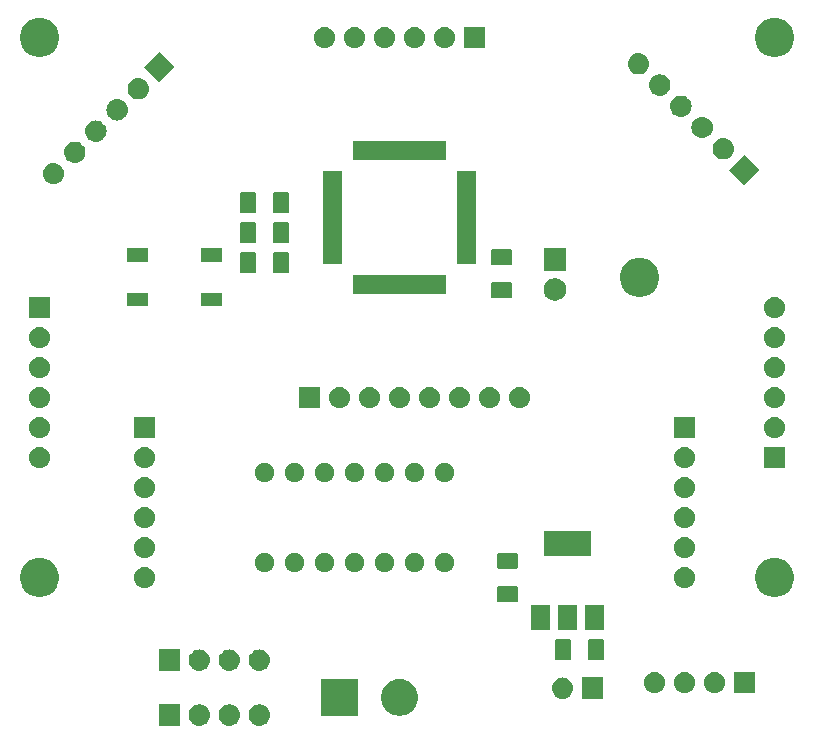
<source format=gts>
G04 #@! TF.GenerationSoftware,KiCad,Pcbnew,(5.1.0)-1*
G04 #@! TF.CreationDate,2019-06-16T12:43:21+02:00*
G04 #@! TF.ProjectId,Micromouse,4d696372-6f6d-46f7-9573-652e6b696361,rev?*
G04 #@! TF.SameCoordinates,Original*
G04 #@! TF.FileFunction,Soldermask,Top*
G04 #@! TF.FilePolarity,Negative*
%FSLAX46Y46*%
G04 Gerber Fmt 4.6, Leading zero omitted, Abs format (unit mm)*
G04 Created by KiCad (PCBNEW (5.1.0)-1) date 2019-06-16 12:43:21*
%MOMM*%
%LPD*%
G04 APERTURE LIST*
%ADD10C,0.100000*%
G04 APERTURE END LIST*
D10*
G36*
X137621000Y-139551000D02*
G01*
X135819000Y-139551000D01*
X135819000Y-137749000D01*
X137621000Y-137749000D01*
X137621000Y-139551000D01*
X137621000Y-139551000D01*
G37*
G36*
X141910443Y-137755519D02*
G01*
X141976627Y-137762037D01*
X142146466Y-137813557D01*
X142302991Y-137897222D01*
X142338729Y-137926552D01*
X142440186Y-138009814D01*
X142523448Y-138111271D01*
X142552778Y-138147009D01*
X142636443Y-138303534D01*
X142687963Y-138473373D01*
X142705359Y-138650000D01*
X142687963Y-138826627D01*
X142636443Y-138996466D01*
X142552778Y-139152991D01*
X142523448Y-139188729D01*
X142440186Y-139290186D01*
X142338729Y-139373448D01*
X142302991Y-139402778D01*
X142146466Y-139486443D01*
X141976627Y-139537963D01*
X141910442Y-139544482D01*
X141844260Y-139551000D01*
X141755740Y-139551000D01*
X141689558Y-139544482D01*
X141623373Y-139537963D01*
X141453534Y-139486443D01*
X141297009Y-139402778D01*
X141261271Y-139373448D01*
X141159814Y-139290186D01*
X141076552Y-139188729D01*
X141047222Y-139152991D01*
X140963557Y-138996466D01*
X140912037Y-138826627D01*
X140894641Y-138650000D01*
X140912037Y-138473373D01*
X140963557Y-138303534D01*
X141047222Y-138147009D01*
X141076552Y-138111271D01*
X141159814Y-138009814D01*
X141261271Y-137926552D01*
X141297009Y-137897222D01*
X141453534Y-137813557D01*
X141623373Y-137762037D01*
X141689557Y-137755519D01*
X141755740Y-137749000D01*
X141844260Y-137749000D01*
X141910443Y-137755519D01*
X141910443Y-137755519D01*
G37*
G36*
X144450443Y-137755519D02*
G01*
X144516627Y-137762037D01*
X144686466Y-137813557D01*
X144842991Y-137897222D01*
X144878729Y-137926552D01*
X144980186Y-138009814D01*
X145063448Y-138111271D01*
X145092778Y-138147009D01*
X145176443Y-138303534D01*
X145227963Y-138473373D01*
X145245359Y-138650000D01*
X145227963Y-138826627D01*
X145176443Y-138996466D01*
X145092778Y-139152991D01*
X145063448Y-139188729D01*
X144980186Y-139290186D01*
X144878729Y-139373448D01*
X144842991Y-139402778D01*
X144686466Y-139486443D01*
X144516627Y-139537963D01*
X144450442Y-139544482D01*
X144384260Y-139551000D01*
X144295740Y-139551000D01*
X144229558Y-139544482D01*
X144163373Y-139537963D01*
X143993534Y-139486443D01*
X143837009Y-139402778D01*
X143801271Y-139373448D01*
X143699814Y-139290186D01*
X143616552Y-139188729D01*
X143587222Y-139152991D01*
X143503557Y-138996466D01*
X143452037Y-138826627D01*
X143434641Y-138650000D01*
X143452037Y-138473373D01*
X143503557Y-138303534D01*
X143587222Y-138147009D01*
X143616552Y-138111271D01*
X143699814Y-138009814D01*
X143801271Y-137926552D01*
X143837009Y-137897222D01*
X143993534Y-137813557D01*
X144163373Y-137762037D01*
X144229557Y-137755519D01*
X144295740Y-137749000D01*
X144384260Y-137749000D01*
X144450443Y-137755519D01*
X144450443Y-137755519D01*
G37*
G36*
X139370443Y-137755519D02*
G01*
X139436627Y-137762037D01*
X139606466Y-137813557D01*
X139762991Y-137897222D01*
X139798729Y-137926552D01*
X139900186Y-138009814D01*
X139983448Y-138111271D01*
X140012778Y-138147009D01*
X140096443Y-138303534D01*
X140147963Y-138473373D01*
X140165359Y-138650000D01*
X140147963Y-138826627D01*
X140096443Y-138996466D01*
X140012778Y-139152991D01*
X139983448Y-139188729D01*
X139900186Y-139290186D01*
X139798729Y-139373448D01*
X139762991Y-139402778D01*
X139606466Y-139486443D01*
X139436627Y-139537963D01*
X139370442Y-139544482D01*
X139304260Y-139551000D01*
X139215740Y-139551000D01*
X139149558Y-139544482D01*
X139083373Y-139537963D01*
X138913534Y-139486443D01*
X138757009Y-139402778D01*
X138721271Y-139373448D01*
X138619814Y-139290186D01*
X138536552Y-139188729D01*
X138507222Y-139152991D01*
X138423557Y-138996466D01*
X138372037Y-138826627D01*
X138354641Y-138650000D01*
X138372037Y-138473373D01*
X138423557Y-138303534D01*
X138507222Y-138147009D01*
X138536552Y-138111271D01*
X138619814Y-138009814D01*
X138721271Y-137926552D01*
X138757009Y-137897222D01*
X138913534Y-137813557D01*
X139083373Y-137762037D01*
X139149557Y-137755519D01*
X139215740Y-137749000D01*
X139304260Y-137749000D01*
X139370443Y-137755519D01*
X139370443Y-137755519D01*
G37*
G36*
X152681000Y-138711000D02*
G01*
X149579000Y-138711000D01*
X149579000Y-135609000D01*
X152681000Y-135609000D01*
X152681000Y-138711000D01*
X152681000Y-138711000D01*
G37*
G36*
X156512585Y-135638802D02*
G01*
X156662410Y-135668604D01*
X156944674Y-135785521D01*
X157198705Y-135955259D01*
X157414741Y-136171295D01*
X157584479Y-136425326D01*
X157701396Y-136707590D01*
X157761000Y-137007240D01*
X157761000Y-137312760D01*
X157701396Y-137612410D01*
X157584479Y-137894674D01*
X157414741Y-138148705D01*
X157198705Y-138364741D01*
X156944674Y-138534479D01*
X156662410Y-138651396D01*
X156512585Y-138681198D01*
X156362761Y-138711000D01*
X156057239Y-138711000D01*
X155907415Y-138681198D01*
X155757590Y-138651396D01*
X155475326Y-138534479D01*
X155221295Y-138364741D01*
X155005259Y-138148705D01*
X154835521Y-137894674D01*
X154718604Y-137612410D01*
X154659000Y-137312760D01*
X154659000Y-137007240D01*
X154718604Y-136707590D01*
X154835521Y-136425326D01*
X155005259Y-136171295D01*
X155221295Y-135955259D01*
X155475326Y-135785521D01*
X155757590Y-135668604D01*
X155907415Y-135638802D01*
X156057239Y-135609000D01*
X156362761Y-135609000D01*
X156512585Y-135638802D01*
X156512585Y-135638802D01*
G37*
G36*
X170120442Y-135475518D02*
G01*
X170186627Y-135482037D01*
X170356466Y-135533557D01*
X170512991Y-135617222D01*
X170548729Y-135646552D01*
X170650186Y-135729814D01*
X170733448Y-135831271D01*
X170762778Y-135867009D01*
X170846443Y-136023534D01*
X170897963Y-136193373D01*
X170915359Y-136370000D01*
X170897963Y-136546627D01*
X170846443Y-136716466D01*
X170762778Y-136872991D01*
X170733448Y-136908729D01*
X170650186Y-137010186D01*
X170548729Y-137093448D01*
X170512991Y-137122778D01*
X170356466Y-137206443D01*
X170186627Y-137257963D01*
X170120442Y-137264482D01*
X170054260Y-137271000D01*
X169965740Y-137271000D01*
X169899558Y-137264482D01*
X169833373Y-137257963D01*
X169663534Y-137206443D01*
X169507009Y-137122778D01*
X169471271Y-137093448D01*
X169369814Y-137010186D01*
X169286552Y-136908729D01*
X169257222Y-136872991D01*
X169173557Y-136716466D01*
X169122037Y-136546627D01*
X169104641Y-136370000D01*
X169122037Y-136193373D01*
X169173557Y-136023534D01*
X169257222Y-135867009D01*
X169286552Y-135831271D01*
X169369814Y-135729814D01*
X169471271Y-135646552D01*
X169507009Y-135617222D01*
X169663534Y-135533557D01*
X169833373Y-135482037D01*
X169899558Y-135475518D01*
X169965740Y-135469000D01*
X170054260Y-135469000D01*
X170120442Y-135475518D01*
X170120442Y-135475518D01*
G37*
G36*
X173451000Y-137271000D02*
G01*
X171649000Y-137271000D01*
X171649000Y-135469000D01*
X173451000Y-135469000D01*
X173451000Y-137271000D01*
X173451000Y-137271000D01*
G37*
G36*
X182990442Y-134995518D02*
G01*
X183056627Y-135002037D01*
X183226466Y-135053557D01*
X183382991Y-135137222D01*
X183418729Y-135166552D01*
X183520186Y-135249814D01*
X183603448Y-135351271D01*
X183632778Y-135387009D01*
X183716443Y-135543534D01*
X183767963Y-135713373D01*
X183785359Y-135890000D01*
X183767963Y-136066627D01*
X183716443Y-136236466D01*
X183632778Y-136392991D01*
X183603448Y-136428729D01*
X183520186Y-136530186D01*
X183418729Y-136613448D01*
X183382991Y-136642778D01*
X183226466Y-136726443D01*
X183056627Y-136777963D01*
X182990442Y-136784482D01*
X182924260Y-136791000D01*
X182835740Y-136791000D01*
X182769558Y-136784482D01*
X182703373Y-136777963D01*
X182533534Y-136726443D01*
X182377009Y-136642778D01*
X182341271Y-136613448D01*
X182239814Y-136530186D01*
X182156552Y-136428729D01*
X182127222Y-136392991D01*
X182043557Y-136236466D01*
X181992037Y-136066627D01*
X181974641Y-135890000D01*
X181992037Y-135713373D01*
X182043557Y-135543534D01*
X182127222Y-135387009D01*
X182156552Y-135351271D01*
X182239814Y-135249814D01*
X182341271Y-135166552D01*
X182377009Y-135137222D01*
X182533534Y-135053557D01*
X182703373Y-135002037D01*
X182769558Y-134995518D01*
X182835740Y-134989000D01*
X182924260Y-134989000D01*
X182990442Y-134995518D01*
X182990442Y-134995518D01*
G37*
G36*
X186321000Y-136791000D02*
G01*
X184519000Y-136791000D01*
X184519000Y-134989000D01*
X186321000Y-134989000D01*
X186321000Y-136791000D01*
X186321000Y-136791000D01*
G37*
G36*
X177910442Y-134995518D02*
G01*
X177976627Y-135002037D01*
X178146466Y-135053557D01*
X178302991Y-135137222D01*
X178338729Y-135166552D01*
X178440186Y-135249814D01*
X178523448Y-135351271D01*
X178552778Y-135387009D01*
X178636443Y-135543534D01*
X178687963Y-135713373D01*
X178705359Y-135890000D01*
X178687963Y-136066627D01*
X178636443Y-136236466D01*
X178552778Y-136392991D01*
X178523448Y-136428729D01*
X178440186Y-136530186D01*
X178338729Y-136613448D01*
X178302991Y-136642778D01*
X178146466Y-136726443D01*
X177976627Y-136777963D01*
X177910442Y-136784482D01*
X177844260Y-136791000D01*
X177755740Y-136791000D01*
X177689558Y-136784482D01*
X177623373Y-136777963D01*
X177453534Y-136726443D01*
X177297009Y-136642778D01*
X177261271Y-136613448D01*
X177159814Y-136530186D01*
X177076552Y-136428729D01*
X177047222Y-136392991D01*
X176963557Y-136236466D01*
X176912037Y-136066627D01*
X176894641Y-135890000D01*
X176912037Y-135713373D01*
X176963557Y-135543534D01*
X177047222Y-135387009D01*
X177076552Y-135351271D01*
X177159814Y-135249814D01*
X177261271Y-135166552D01*
X177297009Y-135137222D01*
X177453534Y-135053557D01*
X177623373Y-135002037D01*
X177689558Y-134995518D01*
X177755740Y-134989000D01*
X177844260Y-134989000D01*
X177910442Y-134995518D01*
X177910442Y-134995518D01*
G37*
G36*
X180450442Y-134995518D02*
G01*
X180516627Y-135002037D01*
X180686466Y-135053557D01*
X180842991Y-135137222D01*
X180878729Y-135166552D01*
X180980186Y-135249814D01*
X181063448Y-135351271D01*
X181092778Y-135387009D01*
X181176443Y-135543534D01*
X181227963Y-135713373D01*
X181245359Y-135890000D01*
X181227963Y-136066627D01*
X181176443Y-136236466D01*
X181092778Y-136392991D01*
X181063448Y-136428729D01*
X180980186Y-136530186D01*
X180878729Y-136613448D01*
X180842991Y-136642778D01*
X180686466Y-136726443D01*
X180516627Y-136777963D01*
X180450442Y-136784482D01*
X180384260Y-136791000D01*
X180295740Y-136791000D01*
X180229558Y-136784482D01*
X180163373Y-136777963D01*
X179993534Y-136726443D01*
X179837009Y-136642778D01*
X179801271Y-136613448D01*
X179699814Y-136530186D01*
X179616552Y-136428729D01*
X179587222Y-136392991D01*
X179503557Y-136236466D01*
X179452037Y-136066627D01*
X179434641Y-135890000D01*
X179452037Y-135713373D01*
X179503557Y-135543534D01*
X179587222Y-135387009D01*
X179616552Y-135351271D01*
X179699814Y-135249814D01*
X179801271Y-135166552D01*
X179837009Y-135137222D01*
X179993534Y-135053557D01*
X180163373Y-135002037D01*
X180229558Y-134995518D01*
X180295740Y-134989000D01*
X180384260Y-134989000D01*
X180450442Y-134995518D01*
X180450442Y-134995518D01*
G37*
G36*
X139370443Y-133105519D02*
G01*
X139436627Y-133112037D01*
X139606466Y-133163557D01*
X139762991Y-133247222D01*
X139798729Y-133276552D01*
X139900186Y-133359814D01*
X139983448Y-133461271D01*
X140012778Y-133497009D01*
X140096443Y-133653534D01*
X140147963Y-133823373D01*
X140165359Y-134000000D01*
X140147963Y-134176627D01*
X140096443Y-134346466D01*
X140012778Y-134502991D01*
X139983448Y-134538729D01*
X139900186Y-134640186D01*
X139798729Y-134723448D01*
X139762991Y-134752778D01*
X139606466Y-134836443D01*
X139436627Y-134887963D01*
X139370442Y-134894482D01*
X139304260Y-134901000D01*
X139215740Y-134901000D01*
X139149558Y-134894482D01*
X139083373Y-134887963D01*
X138913534Y-134836443D01*
X138757009Y-134752778D01*
X138721271Y-134723448D01*
X138619814Y-134640186D01*
X138536552Y-134538729D01*
X138507222Y-134502991D01*
X138423557Y-134346466D01*
X138372037Y-134176627D01*
X138354641Y-134000000D01*
X138372037Y-133823373D01*
X138423557Y-133653534D01*
X138507222Y-133497009D01*
X138536552Y-133461271D01*
X138619814Y-133359814D01*
X138721271Y-133276552D01*
X138757009Y-133247222D01*
X138913534Y-133163557D01*
X139083373Y-133112037D01*
X139149557Y-133105519D01*
X139215740Y-133099000D01*
X139304260Y-133099000D01*
X139370443Y-133105519D01*
X139370443Y-133105519D01*
G37*
G36*
X144450443Y-133105519D02*
G01*
X144516627Y-133112037D01*
X144686466Y-133163557D01*
X144842991Y-133247222D01*
X144878729Y-133276552D01*
X144980186Y-133359814D01*
X145063448Y-133461271D01*
X145092778Y-133497009D01*
X145176443Y-133653534D01*
X145227963Y-133823373D01*
X145245359Y-134000000D01*
X145227963Y-134176627D01*
X145176443Y-134346466D01*
X145092778Y-134502991D01*
X145063448Y-134538729D01*
X144980186Y-134640186D01*
X144878729Y-134723448D01*
X144842991Y-134752778D01*
X144686466Y-134836443D01*
X144516627Y-134887963D01*
X144450442Y-134894482D01*
X144384260Y-134901000D01*
X144295740Y-134901000D01*
X144229558Y-134894482D01*
X144163373Y-134887963D01*
X143993534Y-134836443D01*
X143837009Y-134752778D01*
X143801271Y-134723448D01*
X143699814Y-134640186D01*
X143616552Y-134538729D01*
X143587222Y-134502991D01*
X143503557Y-134346466D01*
X143452037Y-134176627D01*
X143434641Y-134000000D01*
X143452037Y-133823373D01*
X143503557Y-133653534D01*
X143587222Y-133497009D01*
X143616552Y-133461271D01*
X143699814Y-133359814D01*
X143801271Y-133276552D01*
X143837009Y-133247222D01*
X143993534Y-133163557D01*
X144163373Y-133112037D01*
X144229557Y-133105519D01*
X144295740Y-133099000D01*
X144384260Y-133099000D01*
X144450443Y-133105519D01*
X144450443Y-133105519D01*
G37*
G36*
X141910443Y-133105519D02*
G01*
X141976627Y-133112037D01*
X142146466Y-133163557D01*
X142302991Y-133247222D01*
X142338729Y-133276552D01*
X142440186Y-133359814D01*
X142523448Y-133461271D01*
X142552778Y-133497009D01*
X142636443Y-133653534D01*
X142687963Y-133823373D01*
X142705359Y-134000000D01*
X142687963Y-134176627D01*
X142636443Y-134346466D01*
X142552778Y-134502991D01*
X142523448Y-134538729D01*
X142440186Y-134640186D01*
X142338729Y-134723448D01*
X142302991Y-134752778D01*
X142146466Y-134836443D01*
X141976627Y-134887963D01*
X141910442Y-134894482D01*
X141844260Y-134901000D01*
X141755740Y-134901000D01*
X141689558Y-134894482D01*
X141623373Y-134887963D01*
X141453534Y-134836443D01*
X141297009Y-134752778D01*
X141261271Y-134723448D01*
X141159814Y-134640186D01*
X141076552Y-134538729D01*
X141047222Y-134502991D01*
X140963557Y-134346466D01*
X140912037Y-134176627D01*
X140894641Y-134000000D01*
X140912037Y-133823373D01*
X140963557Y-133653534D01*
X141047222Y-133497009D01*
X141076552Y-133461271D01*
X141159814Y-133359814D01*
X141261271Y-133276552D01*
X141297009Y-133247222D01*
X141453534Y-133163557D01*
X141623373Y-133112037D01*
X141689557Y-133105519D01*
X141755740Y-133099000D01*
X141844260Y-133099000D01*
X141910443Y-133105519D01*
X141910443Y-133105519D01*
G37*
G36*
X137621000Y-134901000D02*
G01*
X135819000Y-134901000D01*
X135819000Y-133099000D01*
X137621000Y-133099000D01*
X137621000Y-134901000D01*
X137621000Y-134901000D01*
G37*
G36*
X170568604Y-132174347D02*
G01*
X170605144Y-132185432D01*
X170638821Y-132203433D01*
X170668341Y-132227659D01*
X170692567Y-132257179D01*
X170710568Y-132290856D01*
X170721653Y-132327396D01*
X170726000Y-132371538D01*
X170726000Y-133820462D01*
X170721653Y-133864604D01*
X170710568Y-133901144D01*
X170692567Y-133934821D01*
X170668341Y-133964341D01*
X170638821Y-133988567D01*
X170605144Y-134006568D01*
X170568604Y-134017653D01*
X170524462Y-134022000D01*
X169575538Y-134022000D01*
X169531396Y-134017653D01*
X169494856Y-134006568D01*
X169461179Y-133988567D01*
X169431659Y-133964341D01*
X169407433Y-133934821D01*
X169389432Y-133901144D01*
X169378347Y-133864604D01*
X169374000Y-133820462D01*
X169374000Y-132371538D01*
X169378347Y-132327396D01*
X169389432Y-132290856D01*
X169407433Y-132257179D01*
X169431659Y-132227659D01*
X169461179Y-132203433D01*
X169494856Y-132185432D01*
X169531396Y-132174347D01*
X169575538Y-132170000D01*
X170524462Y-132170000D01*
X170568604Y-132174347D01*
X170568604Y-132174347D01*
G37*
G36*
X173368604Y-132174347D02*
G01*
X173405144Y-132185432D01*
X173438821Y-132203433D01*
X173468341Y-132227659D01*
X173492567Y-132257179D01*
X173510568Y-132290856D01*
X173521653Y-132327396D01*
X173526000Y-132371538D01*
X173526000Y-133820462D01*
X173521653Y-133864604D01*
X173510568Y-133901144D01*
X173492567Y-133934821D01*
X173468341Y-133964341D01*
X173438821Y-133988567D01*
X173405144Y-134006568D01*
X173368604Y-134017653D01*
X173324462Y-134022000D01*
X172375538Y-134022000D01*
X172331396Y-134017653D01*
X172294856Y-134006568D01*
X172261179Y-133988567D01*
X172231659Y-133964341D01*
X172207433Y-133934821D01*
X172189432Y-133901144D01*
X172178347Y-133864604D01*
X172174000Y-133820462D01*
X172174000Y-132371538D01*
X172178347Y-132327396D01*
X172189432Y-132290856D01*
X172207433Y-132257179D01*
X172231659Y-132227659D01*
X172261179Y-132203433D01*
X172294856Y-132185432D01*
X172331396Y-132174347D01*
X172375538Y-132170000D01*
X173324462Y-132170000D01*
X173368604Y-132174347D01*
X173368604Y-132174347D01*
G37*
G36*
X168935000Y-131455000D02*
G01*
X167333000Y-131455000D01*
X167333000Y-129353000D01*
X168935000Y-129353000D01*
X168935000Y-131455000D01*
X168935000Y-131455000D01*
G37*
G36*
X171235000Y-131455000D02*
G01*
X169633000Y-131455000D01*
X169633000Y-129353000D01*
X171235000Y-129353000D01*
X171235000Y-131455000D01*
X171235000Y-131455000D01*
G37*
G36*
X173535000Y-131455000D02*
G01*
X171933000Y-131455000D01*
X171933000Y-129353000D01*
X173535000Y-129353000D01*
X173535000Y-131455000D01*
X173535000Y-131455000D01*
G37*
G36*
X166122604Y-127728347D02*
G01*
X166159144Y-127739432D01*
X166192821Y-127757433D01*
X166222341Y-127781659D01*
X166246567Y-127811179D01*
X166264568Y-127844856D01*
X166275653Y-127881396D01*
X166280000Y-127925538D01*
X166280000Y-128874462D01*
X166275653Y-128918604D01*
X166264568Y-128955144D01*
X166246567Y-128988821D01*
X166222341Y-129018341D01*
X166192821Y-129042567D01*
X166159144Y-129060568D01*
X166122604Y-129071653D01*
X166078462Y-129076000D01*
X164629538Y-129076000D01*
X164585396Y-129071653D01*
X164548856Y-129060568D01*
X164515179Y-129042567D01*
X164485659Y-129018341D01*
X164461433Y-128988821D01*
X164443432Y-128955144D01*
X164432347Y-128918604D01*
X164428000Y-128874462D01*
X164428000Y-127925538D01*
X164432347Y-127881396D01*
X164443432Y-127844856D01*
X164461433Y-127811179D01*
X164485659Y-127781659D01*
X164515179Y-127757433D01*
X164548856Y-127739432D01*
X164585396Y-127728347D01*
X164629538Y-127724000D01*
X166078462Y-127724000D01*
X166122604Y-127728347D01*
X166122604Y-127728347D01*
G37*
G36*
X188335256Y-125391298D02*
G01*
X188441579Y-125412447D01*
X188742042Y-125536903D01*
X189012451Y-125717585D01*
X189242415Y-125947549D01*
X189386747Y-126163557D01*
X189423098Y-126217960D01*
X189435647Y-126248257D01*
X189547553Y-126518421D01*
X189611000Y-126837391D01*
X189611000Y-127162609D01*
X189547553Y-127481579D01*
X189481856Y-127640185D01*
X189433291Y-127757433D01*
X189423097Y-127782042D01*
X189242415Y-128052451D01*
X189012451Y-128282415D01*
X188742042Y-128463097D01*
X188441579Y-128587553D01*
X188335256Y-128608702D01*
X188122611Y-128651000D01*
X187797389Y-128651000D01*
X187584744Y-128608702D01*
X187478421Y-128587553D01*
X187177958Y-128463097D01*
X186907549Y-128282415D01*
X186677585Y-128052451D01*
X186496903Y-127782042D01*
X186486710Y-127757433D01*
X186438144Y-127640185D01*
X186372447Y-127481579D01*
X186309000Y-127162609D01*
X186309000Y-126837391D01*
X186372447Y-126518421D01*
X186484353Y-126248257D01*
X186496902Y-126217960D01*
X186533253Y-126163557D01*
X186677585Y-125947549D01*
X186907549Y-125717585D01*
X187177958Y-125536903D01*
X187478421Y-125412447D01*
X187584744Y-125391298D01*
X187797389Y-125349000D01*
X188122611Y-125349000D01*
X188335256Y-125391298D01*
X188335256Y-125391298D01*
G37*
G36*
X126105256Y-125391298D02*
G01*
X126211579Y-125412447D01*
X126512042Y-125536903D01*
X126782451Y-125717585D01*
X127012415Y-125947549D01*
X127156747Y-126163557D01*
X127193098Y-126217960D01*
X127205647Y-126248257D01*
X127317553Y-126518421D01*
X127381000Y-126837391D01*
X127381000Y-127162609D01*
X127317553Y-127481579D01*
X127251856Y-127640185D01*
X127203291Y-127757433D01*
X127193097Y-127782042D01*
X127012415Y-128052451D01*
X126782451Y-128282415D01*
X126512042Y-128463097D01*
X126211579Y-128587553D01*
X126105256Y-128608702D01*
X125892611Y-128651000D01*
X125567389Y-128651000D01*
X125354744Y-128608702D01*
X125248421Y-128587553D01*
X124947958Y-128463097D01*
X124677549Y-128282415D01*
X124447585Y-128052451D01*
X124266903Y-127782042D01*
X124256710Y-127757433D01*
X124208144Y-127640185D01*
X124142447Y-127481579D01*
X124079000Y-127162609D01*
X124079000Y-126837391D01*
X124142447Y-126518421D01*
X124254353Y-126248257D01*
X124266902Y-126217960D01*
X124303253Y-126163557D01*
X124447585Y-125947549D01*
X124677549Y-125717585D01*
X124947958Y-125536903D01*
X125248421Y-125412447D01*
X125354744Y-125391298D01*
X125567389Y-125349000D01*
X125892611Y-125349000D01*
X126105256Y-125391298D01*
X126105256Y-125391298D01*
G37*
G36*
X180450443Y-126105519D02*
G01*
X180516627Y-126112037D01*
X180686466Y-126163557D01*
X180842991Y-126247222D01*
X180872760Y-126271653D01*
X180980186Y-126359814D01*
X181054585Y-126450471D01*
X181092778Y-126497009D01*
X181176443Y-126653534D01*
X181227963Y-126823373D01*
X181245359Y-127000000D01*
X181227963Y-127176627D01*
X181176443Y-127346466D01*
X181092778Y-127502991D01*
X181063448Y-127538729D01*
X180980186Y-127640186D01*
X180878729Y-127723448D01*
X180842991Y-127752778D01*
X180686466Y-127836443D01*
X180516627Y-127887963D01*
X180450442Y-127894482D01*
X180384260Y-127901000D01*
X180295740Y-127901000D01*
X180229558Y-127894482D01*
X180163373Y-127887963D01*
X179993534Y-127836443D01*
X179837009Y-127752778D01*
X179801271Y-127723448D01*
X179699814Y-127640186D01*
X179616552Y-127538729D01*
X179587222Y-127502991D01*
X179503557Y-127346466D01*
X179452037Y-127176627D01*
X179434641Y-127000000D01*
X179452037Y-126823373D01*
X179503557Y-126653534D01*
X179587222Y-126497009D01*
X179625415Y-126450471D01*
X179699814Y-126359814D01*
X179807240Y-126271653D01*
X179837009Y-126247222D01*
X179993534Y-126163557D01*
X180163373Y-126112037D01*
X180229557Y-126105519D01*
X180295740Y-126099000D01*
X180384260Y-126099000D01*
X180450443Y-126105519D01*
X180450443Y-126105519D01*
G37*
G36*
X134730443Y-126105519D02*
G01*
X134796627Y-126112037D01*
X134966466Y-126163557D01*
X135122991Y-126247222D01*
X135152760Y-126271653D01*
X135260186Y-126359814D01*
X135334585Y-126450471D01*
X135372778Y-126497009D01*
X135456443Y-126653534D01*
X135507963Y-126823373D01*
X135525359Y-127000000D01*
X135507963Y-127176627D01*
X135456443Y-127346466D01*
X135372778Y-127502991D01*
X135343448Y-127538729D01*
X135260186Y-127640186D01*
X135158729Y-127723448D01*
X135122991Y-127752778D01*
X134966466Y-127836443D01*
X134796627Y-127887963D01*
X134730442Y-127894482D01*
X134664260Y-127901000D01*
X134575740Y-127901000D01*
X134509558Y-127894482D01*
X134443373Y-127887963D01*
X134273534Y-127836443D01*
X134117009Y-127752778D01*
X134081271Y-127723448D01*
X133979814Y-127640186D01*
X133896552Y-127538729D01*
X133867222Y-127502991D01*
X133783557Y-127346466D01*
X133732037Y-127176627D01*
X133714641Y-127000000D01*
X133732037Y-126823373D01*
X133783557Y-126653534D01*
X133867222Y-126497009D01*
X133905415Y-126450471D01*
X133979814Y-126359814D01*
X134087240Y-126271653D01*
X134117009Y-126247222D01*
X134273534Y-126163557D01*
X134443373Y-126112037D01*
X134509557Y-126105519D01*
X134575740Y-126099000D01*
X134664260Y-126099000D01*
X134730443Y-126105519D01*
X134730443Y-126105519D01*
G37*
G36*
X157717142Y-124948242D02*
G01*
X157865101Y-125009529D01*
X157998255Y-125098499D01*
X158111501Y-125211745D01*
X158200471Y-125344899D01*
X158261758Y-125492858D01*
X158293000Y-125649925D01*
X158293000Y-125810075D01*
X158261758Y-125967142D01*
X158200471Y-126115101D01*
X158111501Y-126248255D01*
X157998255Y-126361501D01*
X157865101Y-126450471D01*
X157717142Y-126511758D01*
X157560075Y-126543000D01*
X157399925Y-126543000D01*
X157242858Y-126511758D01*
X157094899Y-126450471D01*
X156961745Y-126361501D01*
X156848499Y-126248255D01*
X156759529Y-126115101D01*
X156698242Y-125967142D01*
X156667000Y-125810075D01*
X156667000Y-125649925D01*
X156698242Y-125492858D01*
X156759529Y-125344899D01*
X156848499Y-125211745D01*
X156961745Y-125098499D01*
X157094899Y-125009529D01*
X157242858Y-124948242D01*
X157399925Y-124917000D01*
X157560075Y-124917000D01*
X157717142Y-124948242D01*
X157717142Y-124948242D01*
G37*
G36*
X145017142Y-124948242D02*
G01*
X145165101Y-125009529D01*
X145298255Y-125098499D01*
X145411501Y-125211745D01*
X145500471Y-125344899D01*
X145561758Y-125492858D01*
X145593000Y-125649925D01*
X145593000Y-125810075D01*
X145561758Y-125967142D01*
X145500471Y-126115101D01*
X145411501Y-126248255D01*
X145298255Y-126361501D01*
X145165101Y-126450471D01*
X145017142Y-126511758D01*
X144860075Y-126543000D01*
X144699925Y-126543000D01*
X144542858Y-126511758D01*
X144394899Y-126450471D01*
X144261745Y-126361501D01*
X144148499Y-126248255D01*
X144059529Y-126115101D01*
X143998242Y-125967142D01*
X143967000Y-125810075D01*
X143967000Y-125649925D01*
X143998242Y-125492858D01*
X144059529Y-125344899D01*
X144148499Y-125211745D01*
X144261745Y-125098499D01*
X144394899Y-125009529D01*
X144542858Y-124948242D01*
X144699925Y-124917000D01*
X144860075Y-124917000D01*
X145017142Y-124948242D01*
X145017142Y-124948242D01*
G37*
G36*
X147557142Y-124948242D02*
G01*
X147705101Y-125009529D01*
X147838255Y-125098499D01*
X147951501Y-125211745D01*
X148040471Y-125344899D01*
X148101758Y-125492858D01*
X148133000Y-125649925D01*
X148133000Y-125810075D01*
X148101758Y-125967142D01*
X148040471Y-126115101D01*
X147951501Y-126248255D01*
X147838255Y-126361501D01*
X147705101Y-126450471D01*
X147557142Y-126511758D01*
X147400075Y-126543000D01*
X147239925Y-126543000D01*
X147082858Y-126511758D01*
X146934899Y-126450471D01*
X146801745Y-126361501D01*
X146688499Y-126248255D01*
X146599529Y-126115101D01*
X146538242Y-125967142D01*
X146507000Y-125810075D01*
X146507000Y-125649925D01*
X146538242Y-125492858D01*
X146599529Y-125344899D01*
X146688499Y-125211745D01*
X146801745Y-125098499D01*
X146934899Y-125009529D01*
X147082858Y-124948242D01*
X147239925Y-124917000D01*
X147400075Y-124917000D01*
X147557142Y-124948242D01*
X147557142Y-124948242D01*
G37*
G36*
X150097142Y-124948242D02*
G01*
X150245101Y-125009529D01*
X150378255Y-125098499D01*
X150491501Y-125211745D01*
X150580471Y-125344899D01*
X150641758Y-125492858D01*
X150673000Y-125649925D01*
X150673000Y-125810075D01*
X150641758Y-125967142D01*
X150580471Y-126115101D01*
X150491501Y-126248255D01*
X150378255Y-126361501D01*
X150245101Y-126450471D01*
X150097142Y-126511758D01*
X149940075Y-126543000D01*
X149779925Y-126543000D01*
X149622858Y-126511758D01*
X149474899Y-126450471D01*
X149341745Y-126361501D01*
X149228499Y-126248255D01*
X149139529Y-126115101D01*
X149078242Y-125967142D01*
X149047000Y-125810075D01*
X149047000Y-125649925D01*
X149078242Y-125492858D01*
X149139529Y-125344899D01*
X149228499Y-125211745D01*
X149341745Y-125098499D01*
X149474899Y-125009529D01*
X149622858Y-124948242D01*
X149779925Y-124917000D01*
X149940075Y-124917000D01*
X150097142Y-124948242D01*
X150097142Y-124948242D01*
G37*
G36*
X152637142Y-124948242D02*
G01*
X152785101Y-125009529D01*
X152918255Y-125098499D01*
X153031501Y-125211745D01*
X153120471Y-125344899D01*
X153181758Y-125492858D01*
X153213000Y-125649925D01*
X153213000Y-125810075D01*
X153181758Y-125967142D01*
X153120471Y-126115101D01*
X153031501Y-126248255D01*
X152918255Y-126361501D01*
X152785101Y-126450471D01*
X152637142Y-126511758D01*
X152480075Y-126543000D01*
X152319925Y-126543000D01*
X152162858Y-126511758D01*
X152014899Y-126450471D01*
X151881745Y-126361501D01*
X151768499Y-126248255D01*
X151679529Y-126115101D01*
X151618242Y-125967142D01*
X151587000Y-125810075D01*
X151587000Y-125649925D01*
X151618242Y-125492858D01*
X151679529Y-125344899D01*
X151768499Y-125211745D01*
X151881745Y-125098499D01*
X152014899Y-125009529D01*
X152162858Y-124948242D01*
X152319925Y-124917000D01*
X152480075Y-124917000D01*
X152637142Y-124948242D01*
X152637142Y-124948242D01*
G37*
G36*
X155177142Y-124948242D02*
G01*
X155325101Y-125009529D01*
X155458255Y-125098499D01*
X155571501Y-125211745D01*
X155660471Y-125344899D01*
X155721758Y-125492858D01*
X155753000Y-125649925D01*
X155753000Y-125810075D01*
X155721758Y-125967142D01*
X155660471Y-126115101D01*
X155571501Y-126248255D01*
X155458255Y-126361501D01*
X155325101Y-126450471D01*
X155177142Y-126511758D01*
X155020075Y-126543000D01*
X154859925Y-126543000D01*
X154702858Y-126511758D01*
X154554899Y-126450471D01*
X154421745Y-126361501D01*
X154308499Y-126248255D01*
X154219529Y-126115101D01*
X154158242Y-125967142D01*
X154127000Y-125810075D01*
X154127000Y-125649925D01*
X154158242Y-125492858D01*
X154219529Y-125344899D01*
X154308499Y-125211745D01*
X154421745Y-125098499D01*
X154554899Y-125009529D01*
X154702858Y-124948242D01*
X154859925Y-124917000D01*
X155020075Y-124917000D01*
X155177142Y-124948242D01*
X155177142Y-124948242D01*
G37*
G36*
X160257142Y-124948242D02*
G01*
X160405101Y-125009529D01*
X160538255Y-125098499D01*
X160651501Y-125211745D01*
X160740471Y-125344899D01*
X160801758Y-125492858D01*
X160833000Y-125649925D01*
X160833000Y-125810075D01*
X160801758Y-125967142D01*
X160740471Y-126115101D01*
X160651501Y-126248255D01*
X160538255Y-126361501D01*
X160405101Y-126450471D01*
X160257142Y-126511758D01*
X160100075Y-126543000D01*
X159939925Y-126543000D01*
X159782858Y-126511758D01*
X159634899Y-126450471D01*
X159501745Y-126361501D01*
X159388499Y-126248255D01*
X159299529Y-126115101D01*
X159238242Y-125967142D01*
X159207000Y-125810075D01*
X159207000Y-125649925D01*
X159238242Y-125492858D01*
X159299529Y-125344899D01*
X159388499Y-125211745D01*
X159501745Y-125098499D01*
X159634899Y-125009529D01*
X159782858Y-124948242D01*
X159939925Y-124917000D01*
X160100075Y-124917000D01*
X160257142Y-124948242D01*
X160257142Y-124948242D01*
G37*
G36*
X166122604Y-124928347D02*
G01*
X166159144Y-124939432D01*
X166192821Y-124957433D01*
X166222341Y-124981659D01*
X166246567Y-125011179D01*
X166264568Y-125044856D01*
X166275653Y-125081396D01*
X166280000Y-125125538D01*
X166280000Y-126074462D01*
X166275653Y-126118604D01*
X166264568Y-126155144D01*
X166246567Y-126188821D01*
X166222341Y-126218341D01*
X166192821Y-126242567D01*
X166159144Y-126260568D01*
X166122604Y-126271653D01*
X166078462Y-126276000D01*
X164629538Y-126276000D01*
X164585396Y-126271653D01*
X164548856Y-126260568D01*
X164515179Y-126242567D01*
X164485659Y-126218341D01*
X164461433Y-126188821D01*
X164443432Y-126155144D01*
X164432347Y-126118604D01*
X164428000Y-126074462D01*
X164428000Y-125125538D01*
X164432347Y-125081396D01*
X164443432Y-125044856D01*
X164461433Y-125011179D01*
X164485659Y-124981659D01*
X164515179Y-124957433D01*
X164548856Y-124939432D01*
X164585396Y-124928347D01*
X164629538Y-124924000D01*
X166078462Y-124924000D01*
X166122604Y-124928347D01*
X166122604Y-124928347D01*
G37*
G36*
X180450442Y-123565518D02*
G01*
X180516627Y-123572037D01*
X180686466Y-123623557D01*
X180842991Y-123707222D01*
X180878729Y-123736552D01*
X180980186Y-123819814D01*
X181063448Y-123921271D01*
X181092778Y-123957009D01*
X181176443Y-124113534D01*
X181227963Y-124283373D01*
X181245359Y-124460000D01*
X181227963Y-124636627D01*
X181176443Y-124806466D01*
X181092778Y-124962991D01*
X181077457Y-124981659D01*
X180980186Y-125100186D01*
X180878729Y-125183448D01*
X180842991Y-125212778D01*
X180686466Y-125296443D01*
X180516627Y-125347963D01*
X180450442Y-125354482D01*
X180384260Y-125361000D01*
X180295740Y-125361000D01*
X180229558Y-125354482D01*
X180163373Y-125347963D01*
X179993534Y-125296443D01*
X179837009Y-125212778D01*
X179801271Y-125183448D01*
X179699814Y-125100186D01*
X179602543Y-124981659D01*
X179587222Y-124962991D01*
X179503557Y-124806466D01*
X179452037Y-124636627D01*
X179434641Y-124460000D01*
X179452037Y-124283373D01*
X179503557Y-124113534D01*
X179587222Y-123957009D01*
X179616552Y-123921271D01*
X179699814Y-123819814D01*
X179801271Y-123736552D01*
X179837009Y-123707222D01*
X179993534Y-123623557D01*
X180163373Y-123572037D01*
X180229558Y-123565518D01*
X180295740Y-123559000D01*
X180384260Y-123559000D01*
X180450442Y-123565518D01*
X180450442Y-123565518D01*
G37*
G36*
X134730442Y-123565518D02*
G01*
X134796627Y-123572037D01*
X134966466Y-123623557D01*
X135122991Y-123707222D01*
X135158729Y-123736552D01*
X135260186Y-123819814D01*
X135343448Y-123921271D01*
X135372778Y-123957009D01*
X135456443Y-124113534D01*
X135507963Y-124283373D01*
X135525359Y-124460000D01*
X135507963Y-124636627D01*
X135456443Y-124806466D01*
X135372778Y-124962991D01*
X135357457Y-124981659D01*
X135260186Y-125100186D01*
X135158729Y-125183448D01*
X135122991Y-125212778D01*
X134966466Y-125296443D01*
X134796627Y-125347963D01*
X134730442Y-125354482D01*
X134664260Y-125361000D01*
X134575740Y-125361000D01*
X134509558Y-125354482D01*
X134443373Y-125347963D01*
X134273534Y-125296443D01*
X134117009Y-125212778D01*
X134081271Y-125183448D01*
X133979814Y-125100186D01*
X133882543Y-124981659D01*
X133867222Y-124962991D01*
X133783557Y-124806466D01*
X133732037Y-124636627D01*
X133714641Y-124460000D01*
X133732037Y-124283373D01*
X133783557Y-124113534D01*
X133867222Y-123957009D01*
X133896552Y-123921271D01*
X133979814Y-123819814D01*
X134081271Y-123736552D01*
X134117009Y-123707222D01*
X134273534Y-123623557D01*
X134443373Y-123572037D01*
X134509558Y-123565518D01*
X134575740Y-123559000D01*
X134664260Y-123559000D01*
X134730442Y-123565518D01*
X134730442Y-123565518D01*
G37*
G36*
X172385000Y-125155000D02*
G01*
X168483000Y-125155000D01*
X168483000Y-123053000D01*
X172385000Y-123053000D01*
X172385000Y-125155000D01*
X172385000Y-125155000D01*
G37*
G36*
X180450442Y-121025518D02*
G01*
X180516627Y-121032037D01*
X180686466Y-121083557D01*
X180842991Y-121167222D01*
X180878729Y-121196552D01*
X180980186Y-121279814D01*
X181063448Y-121381271D01*
X181092778Y-121417009D01*
X181176443Y-121573534D01*
X181227963Y-121743373D01*
X181245359Y-121920000D01*
X181227963Y-122096627D01*
X181176443Y-122266466D01*
X181092778Y-122422991D01*
X181063448Y-122458729D01*
X180980186Y-122560186D01*
X180878729Y-122643448D01*
X180842991Y-122672778D01*
X180686466Y-122756443D01*
X180516627Y-122807963D01*
X180450443Y-122814481D01*
X180384260Y-122821000D01*
X180295740Y-122821000D01*
X180229557Y-122814481D01*
X180163373Y-122807963D01*
X179993534Y-122756443D01*
X179837009Y-122672778D01*
X179801271Y-122643448D01*
X179699814Y-122560186D01*
X179616552Y-122458729D01*
X179587222Y-122422991D01*
X179503557Y-122266466D01*
X179452037Y-122096627D01*
X179434641Y-121920000D01*
X179452037Y-121743373D01*
X179503557Y-121573534D01*
X179587222Y-121417009D01*
X179616552Y-121381271D01*
X179699814Y-121279814D01*
X179801271Y-121196552D01*
X179837009Y-121167222D01*
X179993534Y-121083557D01*
X180163373Y-121032037D01*
X180229558Y-121025518D01*
X180295740Y-121019000D01*
X180384260Y-121019000D01*
X180450442Y-121025518D01*
X180450442Y-121025518D01*
G37*
G36*
X134730442Y-121025518D02*
G01*
X134796627Y-121032037D01*
X134966466Y-121083557D01*
X135122991Y-121167222D01*
X135158729Y-121196552D01*
X135260186Y-121279814D01*
X135343448Y-121381271D01*
X135372778Y-121417009D01*
X135456443Y-121573534D01*
X135507963Y-121743373D01*
X135525359Y-121920000D01*
X135507963Y-122096627D01*
X135456443Y-122266466D01*
X135372778Y-122422991D01*
X135343448Y-122458729D01*
X135260186Y-122560186D01*
X135158729Y-122643448D01*
X135122991Y-122672778D01*
X134966466Y-122756443D01*
X134796627Y-122807963D01*
X134730443Y-122814481D01*
X134664260Y-122821000D01*
X134575740Y-122821000D01*
X134509557Y-122814481D01*
X134443373Y-122807963D01*
X134273534Y-122756443D01*
X134117009Y-122672778D01*
X134081271Y-122643448D01*
X133979814Y-122560186D01*
X133896552Y-122458729D01*
X133867222Y-122422991D01*
X133783557Y-122266466D01*
X133732037Y-122096627D01*
X133714641Y-121920000D01*
X133732037Y-121743373D01*
X133783557Y-121573534D01*
X133867222Y-121417009D01*
X133896552Y-121381271D01*
X133979814Y-121279814D01*
X134081271Y-121196552D01*
X134117009Y-121167222D01*
X134273534Y-121083557D01*
X134443373Y-121032037D01*
X134509558Y-121025518D01*
X134575740Y-121019000D01*
X134664260Y-121019000D01*
X134730442Y-121025518D01*
X134730442Y-121025518D01*
G37*
G36*
X180450442Y-118485518D02*
G01*
X180516627Y-118492037D01*
X180686466Y-118543557D01*
X180842991Y-118627222D01*
X180878729Y-118656552D01*
X180980186Y-118739814D01*
X181054585Y-118830471D01*
X181092778Y-118877009D01*
X181176443Y-119033534D01*
X181227963Y-119203373D01*
X181245359Y-119380000D01*
X181227963Y-119556627D01*
X181176443Y-119726466D01*
X181092778Y-119882991D01*
X181063448Y-119918729D01*
X180980186Y-120020186D01*
X180878729Y-120103448D01*
X180842991Y-120132778D01*
X180686466Y-120216443D01*
X180516627Y-120267963D01*
X180450442Y-120274482D01*
X180384260Y-120281000D01*
X180295740Y-120281000D01*
X180229558Y-120274482D01*
X180163373Y-120267963D01*
X179993534Y-120216443D01*
X179837009Y-120132778D01*
X179801271Y-120103448D01*
X179699814Y-120020186D01*
X179616552Y-119918729D01*
X179587222Y-119882991D01*
X179503557Y-119726466D01*
X179452037Y-119556627D01*
X179434641Y-119380000D01*
X179452037Y-119203373D01*
X179503557Y-119033534D01*
X179587222Y-118877009D01*
X179625415Y-118830471D01*
X179699814Y-118739814D01*
X179801271Y-118656552D01*
X179837009Y-118627222D01*
X179993534Y-118543557D01*
X180163373Y-118492037D01*
X180229558Y-118485518D01*
X180295740Y-118479000D01*
X180384260Y-118479000D01*
X180450442Y-118485518D01*
X180450442Y-118485518D01*
G37*
G36*
X134730442Y-118485518D02*
G01*
X134796627Y-118492037D01*
X134966466Y-118543557D01*
X135122991Y-118627222D01*
X135158729Y-118656552D01*
X135260186Y-118739814D01*
X135334585Y-118830471D01*
X135372778Y-118877009D01*
X135456443Y-119033534D01*
X135507963Y-119203373D01*
X135525359Y-119380000D01*
X135507963Y-119556627D01*
X135456443Y-119726466D01*
X135372778Y-119882991D01*
X135343448Y-119918729D01*
X135260186Y-120020186D01*
X135158729Y-120103448D01*
X135122991Y-120132778D01*
X134966466Y-120216443D01*
X134796627Y-120267963D01*
X134730442Y-120274482D01*
X134664260Y-120281000D01*
X134575740Y-120281000D01*
X134509558Y-120274482D01*
X134443373Y-120267963D01*
X134273534Y-120216443D01*
X134117009Y-120132778D01*
X134081271Y-120103448D01*
X133979814Y-120020186D01*
X133896552Y-119918729D01*
X133867222Y-119882991D01*
X133783557Y-119726466D01*
X133732037Y-119556627D01*
X133714641Y-119380000D01*
X133732037Y-119203373D01*
X133783557Y-119033534D01*
X133867222Y-118877009D01*
X133905415Y-118830471D01*
X133979814Y-118739814D01*
X134081271Y-118656552D01*
X134117009Y-118627222D01*
X134273534Y-118543557D01*
X134443373Y-118492037D01*
X134509558Y-118485518D01*
X134575740Y-118479000D01*
X134664260Y-118479000D01*
X134730442Y-118485518D01*
X134730442Y-118485518D01*
G37*
G36*
X150097142Y-117328242D02*
G01*
X150245101Y-117389529D01*
X150378255Y-117478499D01*
X150491501Y-117591745D01*
X150580471Y-117724899D01*
X150641758Y-117872858D01*
X150673000Y-118029925D01*
X150673000Y-118190075D01*
X150641758Y-118347142D01*
X150580471Y-118495101D01*
X150491501Y-118628255D01*
X150378255Y-118741501D01*
X150245101Y-118830471D01*
X150097142Y-118891758D01*
X149940075Y-118923000D01*
X149779925Y-118923000D01*
X149622858Y-118891758D01*
X149474899Y-118830471D01*
X149341745Y-118741501D01*
X149228499Y-118628255D01*
X149139529Y-118495101D01*
X149078242Y-118347142D01*
X149047000Y-118190075D01*
X149047000Y-118029925D01*
X149078242Y-117872858D01*
X149139529Y-117724899D01*
X149228499Y-117591745D01*
X149341745Y-117478499D01*
X149474899Y-117389529D01*
X149622858Y-117328242D01*
X149779925Y-117297000D01*
X149940075Y-117297000D01*
X150097142Y-117328242D01*
X150097142Y-117328242D01*
G37*
G36*
X152637142Y-117328242D02*
G01*
X152785101Y-117389529D01*
X152918255Y-117478499D01*
X153031501Y-117591745D01*
X153120471Y-117724899D01*
X153181758Y-117872858D01*
X153213000Y-118029925D01*
X153213000Y-118190075D01*
X153181758Y-118347142D01*
X153120471Y-118495101D01*
X153031501Y-118628255D01*
X152918255Y-118741501D01*
X152785101Y-118830471D01*
X152637142Y-118891758D01*
X152480075Y-118923000D01*
X152319925Y-118923000D01*
X152162858Y-118891758D01*
X152014899Y-118830471D01*
X151881745Y-118741501D01*
X151768499Y-118628255D01*
X151679529Y-118495101D01*
X151618242Y-118347142D01*
X151587000Y-118190075D01*
X151587000Y-118029925D01*
X151618242Y-117872858D01*
X151679529Y-117724899D01*
X151768499Y-117591745D01*
X151881745Y-117478499D01*
X152014899Y-117389529D01*
X152162858Y-117328242D01*
X152319925Y-117297000D01*
X152480075Y-117297000D01*
X152637142Y-117328242D01*
X152637142Y-117328242D01*
G37*
G36*
X155177142Y-117328242D02*
G01*
X155325101Y-117389529D01*
X155458255Y-117478499D01*
X155571501Y-117591745D01*
X155660471Y-117724899D01*
X155721758Y-117872858D01*
X155753000Y-118029925D01*
X155753000Y-118190075D01*
X155721758Y-118347142D01*
X155660471Y-118495101D01*
X155571501Y-118628255D01*
X155458255Y-118741501D01*
X155325101Y-118830471D01*
X155177142Y-118891758D01*
X155020075Y-118923000D01*
X154859925Y-118923000D01*
X154702858Y-118891758D01*
X154554899Y-118830471D01*
X154421745Y-118741501D01*
X154308499Y-118628255D01*
X154219529Y-118495101D01*
X154158242Y-118347142D01*
X154127000Y-118190075D01*
X154127000Y-118029925D01*
X154158242Y-117872858D01*
X154219529Y-117724899D01*
X154308499Y-117591745D01*
X154421745Y-117478499D01*
X154554899Y-117389529D01*
X154702858Y-117328242D01*
X154859925Y-117297000D01*
X155020075Y-117297000D01*
X155177142Y-117328242D01*
X155177142Y-117328242D01*
G37*
G36*
X157717142Y-117328242D02*
G01*
X157865101Y-117389529D01*
X157998255Y-117478499D01*
X158111501Y-117591745D01*
X158200471Y-117724899D01*
X158261758Y-117872858D01*
X158293000Y-118029925D01*
X158293000Y-118190075D01*
X158261758Y-118347142D01*
X158200471Y-118495101D01*
X158111501Y-118628255D01*
X157998255Y-118741501D01*
X157865101Y-118830471D01*
X157717142Y-118891758D01*
X157560075Y-118923000D01*
X157399925Y-118923000D01*
X157242858Y-118891758D01*
X157094899Y-118830471D01*
X156961745Y-118741501D01*
X156848499Y-118628255D01*
X156759529Y-118495101D01*
X156698242Y-118347142D01*
X156667000Y-118190075D01*
X156667000Y-118029925D01*
X156698242Y-117872858D01*
X156759529Y-117724899D01*
X156848499Y-117591745D01*
X156961745Y-117478499D01*
X157094899Y-117389529D01*
X157242858Y-117328242D01*
X157399925Y-117297000D01*
X157560075Y-117297000D01*
X157717142Y-117328242D01*
X157717142Y-117328242D01*
G37*
G36*
X145017142Y-117328242D02*
G01*
X145165101Y-117389529D01*
X145298255Y-117478499D01*
X145411501Y-117591745D01*
X145500471Y-117724899D01*
X145561758Y-117872858D01*
X145593000Y-118029925D01*
X145593000Y-118190075D01*
X145561758Y-118347142D01*
X145500471Y-118495101D01*
X145411501Y-118628255D01*
X145298255Y-118741501D01*
X145165101Y-118830471D01*
X145017142Y-118891758D01*
X144860075Y-118923000D01*
X144699925Y-118923000D01*
X144542858Y-118891758D01*
X144394899Y-118830471D01*
X144261745Y-118741501D01*
X144148499Y-118628255D01*
X144059529Y-118495101D01*
X143998242Y-118347142D01*
X143967000Y-118190075D01*
X143967000Y-118029925D01*
X143998242Y-117872858D01*
X144059529Y-117724899D01*
X144148499Y-117591745D01*
X144261745Y-117478499D01*
X144394899Y-117389529D01*
X144542858Y-117328242D01*
X144699925Y-117297000D01*
X144860075Y-117297000D01*
X145017142Y-117328242D01*
X145017142Y-117328242D01*
G37*
G36*
X147557142Y-117328242D02*
G01*
X147705101Y-117389529D01*
X147838255Y-117478499D01*
X147951501Y-117591745D01*
X148040471Y-117724899D01*
X148101758Y-117872858D01*
X148133000Y-118029925D01*
X148133000Y-118190075D01*
X148101758Y-118347142D01*
X148040471Y-118495101D01*
X147951501Y-118628255D01*
X147838255Y-118741501D01*
X147705101Y-118830471D01*
X147557142Y-118891758D01*
X147400075Y-118923000D01*
X147239925Y-118923000D01*
X147082858Y-118891758D01*
X146934899Y-118830471D01*
X146801745Y-118741501D01*
X146688499Y-118628255D01*
X146599529Y-118495101D01*
X146538242Y-118347142D01*
X146507000Y-118190075D01*
X146507000Y-118029925D01*
X146538242Y-117872858D01*
X146599529Y-117724899D01*
X146688499Y-117591745D01*
X146801745Y-117478499D01*
X146934899Y-117389529D01*
X147082858Y-117328242D01*
X147239925Y-117297000D01*
X147400075Y-117297000D01*
X147557142Y-117328242D01*
X147557142Y-117328242D01*
G37*
G36*
X160257142Y-117328242D02*
G01*
X160405101Y-117389529D01*
X160538255Y-117478499D01*
X160651501Y-117591745D01*
X160740471Y-117724899D01*
X160801758Y-117872858D01*
X160833000Y-118029925D01*
X160833000Y-118190075D01*
X160801758Y-118347142D01*
X160740471Y-118495101D01*
X160651501Y-118628255D01*
X160538255Y-118741501D01*
X160405101Y-118830471D01*
X160257142Y-118891758D01*
X160100075Y-118923000D01*
X159939925Y-118923000D01*
X159782858Y-118891758D01*
X159634899Y-118830471D01*
X159501745Y-118741501D01*
X159388499Y-118628255D01*
X159299529Y-118495101D01*
X159238242Y-118347142D01*
X159207000Y-118190075D01*
X159207000Y-118029925D01*
X159238242Y-117872858D01*
X159299529Y-117724899D01*
X159388499Y-117591745D01*
X159501745Y-117478499D01*
X159634899Y-117389529D01*
X159782858Y-117328242D01*
X159939925Y-117297000D01*
X160100075Y-117297000D01*
X160257142Y-117328242D01*
X160257142Y-117328242D01*
G37*
G36*
X188861000Y-117741000D02*
G01*
X187059000Y-117741000D01*
X187059000Y-115939000D01*
X188861000Y-115939000D01*
X188861000Y-117741000D01*
X188861000Y-117741000D01*
G37*
G36*
X134730442Y-115945518D02*
G01*
X134796627Y-115952037D01*
X134966466Y-116003557D01*
X135122991Y-116087222D01*
X135158729Y-116116552D01*
X135260186Y-116199814D01*
X135343448Y-116301271D01*
X135372778Y-116337009D01*
X135456443Y-116493534D01*
X135507963Y-116663373D01*
X135525359Y-116840000D01*
X135507963Y-117016627D01*
X135456443Y-117186466D01*
X135372778Y-117342991D01*
X135343448Y-117378729D01*
X135260186Y-117480186D01*
X135158729Y-117563448D01*
X135122991Y-117592778D01*
X134966466Y-117676443D01*
X134796627Y-117727963D01*
X134730442Y-117734482D01*
X134664260Y-117741000D01*
X134575740Y-117741000D01*
X134509558Y-117734482D01*
X134443373Y-117727963D01*
X134273534Y-117676443D01*
X134117009Y-117592778D01*
X134081271Y-117563448D01*
X133979814Y-117480186D01*
X133896552Y-117378729D01*
X133867222Y-117342991D01*
X133783557Y-117186466D01*
X133732037Y-117016627D01*
X133714641Y-116840000D01*
X133732037Y-116663373D01*
X133783557Y-116493534D01*
X133867222Y-116337009D01*
X133896552Y-116301271D01*
X133979814Y-116199814D01*
X134081271Y-116116552D01*
X134117009Y-116087222D01*
X134273534Y-116003557D01*
X134443373Y-115952037D01*
X134509558Y-115945518D01*
X134575740Y-115939000D01*
X134664260Y-115939000D01*
X134730442Y-115945518D01*
X134730442Y-115945518D01*
G37*
G36*
X125840442Y-115945518D02*
G01*
X125906627Y-115952037D01*
X126076466Y-116003557D01*
X126232991Y-116087222D01*
X126268729Y-116116552D01*
X126370186Y-116199814D01*
X126453448Y-116301271D01*
X126482778Y-116337009D01*
X126566443Y-116493534D01*
X126617963Y-116663373D01*
X126635359Y-116840000D01*
X126617963Y-117016627D01*
X126566443Y-117186466D01*
X126482778Y-117342991D01*
X126453448Y-117378729D01*
X126370186Y-117480186D01*
X126268729Y-117563448D01*
X126232991Y-117592778D01*
X126076466Y-117676443D01*
X125906627Y-117727963D01*
X125840442Y-117734482D01*
X125774260Y-117741000D01*
X125685740Y-117741000D01*
X125619558Y-117734482D01*
X125553373Y-117727963D01*
X125383534Y-117676443D01*
X125227009Y-117592778D01*
X125191271Y-117563448D01*
X125089814Y-117480186D01*
X125006552Y-117378729D01*
X124977222Y-117342991D01*
X124893557Y-117186466D01*
X124842037Y-117016627D01*
X124824641Y-116840000D01*
X124842037Y-116663373D01*
X124893557Y-116493534D01*
X124977222Y-116337009D01*
X125006552Y-116301271D01*
X125089814Y-116199814D01*
X125191271Y-116116552D01*
X125227009Y-116087222D01*
X125383534Y-116003557D01*
X125553373Y-115952037D01*
X125619558Y-115945518D01*
X125685740Y-115939000D01*
X125774260Y-115939000D01*
X125840442Y-115945518D01*
X125840442Y-115945518D01*
G37*
G36*
X180450442Y-115945518D02*
G01*
X180516627Y-115952037D01*
X180686466Y-116003557D01*
X180842991Y-116087222D01*
X180878729Y-116116552D01*
X180980186Y-116199814D01*
X181063448Y-116301271D01*
X181092778Y-116337009D01*
X181176443Y-116493534D01*
X181227963Y-116663373D01*
X181245359Y-116840000D01*
X181227963Y-117016627D01*
X181176443Y-117186466D01*
X181092778Y-117342991D01*
X181063448Y-117378729D01*
X180980186Y-117480186D01*
X180878729Y-117563448D01*
X180842991Y-117592778D01*
X180686466Y-117676443D01*
X180516627Y-117727963D01*
X180450442Y-117734482D01*
X180384260Y-117741000D01*
X180295740Y-117741000D01*
X180229558Y-117734482D01*
X180163373Y-117727963D01*
X179993534Y-117676443D01*
X179837009Y-117592778D01*
X179801271Y-117563448D01*
X179699814Y-117480186D01*
X179616552Y-117378729D01*
X179587222Y-117342991D01*
X179503557Y-117186466D01*
X179452037Y-117016627D01*
X179434641Y-116840000D01*
X179452037Y-116663373D01*
X179503557Y-116493534D01*
X179587222Y-116337009D01*
X179616552Y-116301271D01*
X179699814Y-116199814D01*
X179801271Y-116116552D01*
X179837009Y-116087222D01*
X179993534Y-116003557D01*
X180163373Y-115952037D01*
X180229558Y-115945518D01*
X180295740Y-115939000D01*
X180384260Y-115939000D01*
X180450442Y-115945518D01*
X180450442Y-115945518D01*
G37*
G36*
X181241000Y-115201000D02*
G01*
X179439000Y-115201000D01*
X179439000Y-113399000D01*
X181241000Y-113399000D01*
X181241000Y-115201000D01*
X181241000Y-115201000D01*
G37*
G36*
X188070443Y-113405519D02*
G01*
X188136627Y-113412037D01*
X188306466Y-113463557D01*
X188462991Y-113547222D01*
X188498729Y-113576552D01*
X188600186Y-113659814D01*
X188683448Y-113761271D01*
X188712778Y-113797009D01*
X188796443Y-113953534D01*
X188847963Y-114123373D01*
X188865359Y-114300000D01*
X188847963Y-114476627D01*
X188796443Y-114646466D01*
X188712778Y-114802991D01*
X188683448Y-114838729D01*
X188600186Y-114940186D01*
X188498729Y-115023448D01*
X188462991Y-115052778D01*
X188306466Y-115136443D01*
X188136627Y-115187963D01*
X188070442Y-115194482D01*
X188004260Y-115201000D01*
X187915740Y-115201000D01*
X187849558Y-115194482D01*
X187783373Y-115187963D01*
X187613534Y-115136443D01*
X187457009Y-115052778D01*
X187421271Y-115023448D01*
X187319814Y-114940186D01*
X187236552Y-114838729D01*
X187207222Y-114802991D01*
X187123557Y-114646466D01*
X187072037Y-114476627D01*
X187054641Y-114300000D01*
X187072037Y-114123373D01*
X187123557Y-113953534D01*
X187207222Y-113797009D01*
X187236552Y-113761271D01*
X187319814Y-113659814D01*
X187421271Y-113576552D01*
X187457009Y-113547222D01*
X187613534Y-113463557D01*
X187783373Y-113412037D01*
X187849557Y-113405519D01*
X187915740Y-113399000D01*
X188004260Y-113399000D01*
X188070443Y-113405519D01*
X188070443Y-113405519D01*
G37*
G36*
X125840443Y-113405519D02*
G01*
X125906627Y-113412037D01*
X126076466Y-113463557D01*
X126232991Y-113547222D01*
X126268729Y-113576552D01*
X126370186Y-113659814D01*
X126453448Y-113761271D01*
X126482778Y-113797009D01*
X126566443Y-113953534D01*
X126617963Y-114123373D01*
X126635359Y-114300000D01*
X126617963Y-114476627D01*
X126566443Y-114646466D01*
X126482778Y-114802991D01*
X126453448Y-114838729D01*
X126370186Y-114940186D01*
X126268729Y-115023448D01*
X126232991Y-115052778D01*
X126076466Y-115136443D01*
X125906627Y-115187963D01*
X125840442Y-115194482D01*
X125774260Y-115201000D01*
X125685740Y-115201000D01*
X125619558Y-115194482D01*
X125553373Y-115187963D01*
X125383534Y-115136443D01*
X125227009Y-115052778D01*
X125191271Y-115023448D01*
X125089814Y-114940186D01*
X125006552Y-114838729D01*
X124977222Y-114802991D01*
X124893557Y-114646466D01*
X124842037Y-114476627D01*
X124824641Y-114300000D01*
X124842037Y-114123373D01*
X124893557Y-113953534D01*
X124977222Y-113797009D01*
X125006552Y-113761271D01*
X125089814Y-113659814D01*
X125191271Y-113576552D01*
X125227009Y-113547222D01*
X125383534Y-113463557D01*
X125553373Y-113412037D01*
X125619557Y-113405519D01*
X125685740Y-113399000D01*
X125774260Y-113399000D01*
X125840443Y-113405519D01*
X125840443Y-113405519D01*
G37*
G36*
X135521000Y-115201000D02*
G01*
X133719000Y-115201000D01*
X133719000Y-113399000D01*
X135521000Y-113399000D01*
X135521000Y-115201000D01*
X135521000Y-115201000D01*
G37*
G36*
X163940442Y-110865518D02*
G01*
X164006627Y-110872037D01*
X164176466Y-110923557D01*
X164332991Y-111007222D01*
X164368729Y-111036552D01*
X164470186Y-111119814D01*
X164553448Y-111221271D01*
X164582778Y-111257009D01*
X164666443Y-111413534D01*
X164717963Y-111583373D01*
X164735359Y-111760000D01*
X164717963Y-111936627D01*
X164666443Y-112106466D01*
X164582778Y-112262991D01*
X164553448Y-112298729D01*
X164470186Y-112400186D01*
X164368729Y-112483448D01*
X164332991Y-112512778D01*
X164176466Y-112596443D01*
X164006627Y-112647963D01*
X163940442Y-112654482D01*
X163874260Y-112661000D01*
X163785740Y-112661000D01*
X163719558Y-112654482D01*
X163653373Y-112647963D01*
X163483534Y-112596443D01*
X163327009Y-112512778D01*
X163291271Y-112483448D01*
X163189814Y-112400186D01*
X163106552Y-112298729D01*
X163077222Y-112262991D01*
X162993557Y-112106466D01*
X162942037Y-111936627D01*
X162924641Y-111760000D01*
X162942037Y-111583373D01*
X162993557Y-111413534D01*
X163077222Y-111257009D01*
X163106552Y-111221271D01*
X163189814Y-111119814D01*
X163291271Y-111036552D01*
X163327009Y-111007222D01*
X163483534Y-110923557D01*
X163653373Y-110872037D01*
X163719558Y-110865518D01*
X163785740Y-110859000D01*
X163874260Y-110859000D01*
X163940442Y-110865518D01*
X163940442Y-110865518D01*
G37*
G36*
X166480442Y-110865518D02*
G01*
X166546627Y-110872037D01*
X166716466Y-110923557D01*
X166872991Y-111007222D01*
X166908729Y-111036552D01*
X167010186Y-111119814D01*
X167093448Y-111221271D01*
X167122778Y-111257009D01*
X167206443Y-111413534D01*
X167257963Y-111583373D01*
X167275359Y-111760000D01*
X167257963Y-111936627D01*
X167206443Y-112106466D01*
X167122778Y-112262991D01*
X167093448Y-112298729D01*
X167010186Y-112400186D01*
X166908729Y-112483448D01*
X166872991Y-112512778D01*
X166716466Y-112596443D01*
X166546627Y-112647963D01*
X166480442Y-112654482D01*
X166414260Y-112661000D01*
X166325740Y-112661000D01*
X166259558Y-112654482D01*
X166193373Y-112647963D01*
X166023534Y-112596443D01*
X165867009Y-112512778D01*
X165831271Y-112483448D01*
X165729814Y-112400186D01*
X165646552Y-112298729D01*
X165617222Y-112262991D01*
X165533557Y-112106466D01*
X165482037Y-111936627D01*
X165464641Y-111760000D01*
X165482037Y-111583373D01*
X165533557Y-111413534D01*
X165617222Y-111257009D01*
X165646552Y-111221271D01*
X165729814Y-111119814D01*
X165831271Y-111036552D01*
X165867009Y-111007222D01*
X166023534Y-110923557D01*
X166193373Y-110872037D01*
X166259558Y-110865518D01*
X166325740Y-110859000D01*
X166414260Y-110859000D01*
X166480442Y-110865518D01*
X166480442Y-110865518D01*
G37*
G36*
X158860442Y-110865518D02*
G01*
X158926627Y-110872037D01*
X159096466Y-110923557D01*
X159252991Y-111007222D01*
X159288729Y-111036552D01*
X159390186Y-111119814D01*
X159473448Y-111221271D01*
X159502778Y-111257009D01*
X159586443Y-111413534D01*
X159637963Y-111583373D01*
X159655359Y-111760000D01*
X159637963Y-111936627D01*
X159586443Y-112106466D01*
X159502778Y-112262991D01*
X159473448Y-112298729D01*
X159390186Y-112400186D01*
X159288729Y-112483448D01*
X159252991Y-112512778D01*
X159096466Y-112596443D01*
X158926627Y-112647963D01*
X158860442Y-112654482D01*
X158794260Y-112661000D01*
X158705740Y-112661000D01*
X158639558Y-112654482D01*
X158573373Y-112647963D01*
X158403534Y-112596443D01*
X158247009Y-112512778D01*
X158211271Y-112483448D01*
X158109814Y-112400186D01*
X158026552Y-112298729D01*
X157997222Y-112262991D01*
X157913557Y-112106466D01*
X157862037Y-111936627D01*
X157844641Y-111760000D01*
X157862037Y-111583373D01*
X157913557Y-111413534D01*
X157997222Y-111257009D01*
X158026552Y-111221271D01*
X158109814Y-111119814D01*
X158211271Y-111036552D01*
X158247009Y-111007222D01*
X158403534Y-110923557D01*
X158573373Y-110872037D01*
X158639558Y-110865518D01*
X158705740Y-110859000D01*
X158794260Y-110859000D01*
X158860442Y-110865518D01*
X158860442Y-110865518D01*
G37*
G36*
X188070442Y-110865518D02*
G01*
X188136627Y-110872037D01*
X188306466Y-110923557D01*
X188462991Y-111007222D01*
X188498729Y-111036552D01*
X188600186Y-111119814D01*
X188683448Y-111221271D01*
X188712778Y-111257009D01*
X188796443Y-111413534D01*
X188847963Y-111583373D01*
X188865359Y-111760000D01*
X188847963Y-111936627D01*
X188796443Y-112106466D01*
X188712778Y-112262991D01*
X188683448Y-112298729D01*
X188600186Y-112400186D01*
X188498729Y-112483448D01*
X188462991Y-112512778D01*
X188306466Y-112596443D01*
X188136627Y-112647963D01*
X188070442Y-112654482D01*
X188004260Y-112661000D01*
X187915740Y-112661000D01*
X187849558Y-112654482D01*
X187783373Y-112647963D01*
X187613534Y-112596443D01*
X187457009Y-112512778D01*
X187421271Y-112483448D01*
X187319814Y-112400186D01*
X187236552Y-112298729D01*
X187207222Y-112262991D01*
X187123557Y-112106466D01*
X187072037Y-111936627D01*
X187054641Y-111760000D01*
X187072037Y-111583373D01*
X187123557Y-111413534D01*
X187207222Y-111257009D01*
X187236552Y-111221271D01*
X187319814Y-111119814D01*
X187421271Y-111036552D01*
X187457009Y-111007222D01*
X187613534Y-110923557D01*
X187783373Y-110872037D01*
X187849558Y-110865518D01*
X187915740Y-110859000D01*
X188004260Y-110859000D01*
X188070442Y-110865518D01*
X188070442Y-110865518D01*
G37*
G36*
X161400442Y-110865518D02*
G01*
X161466627Y-110872037D01*
X161636466Y-110923557D01*
X161792991Y-111007222D01*
X161828729Y-111036552D01*
X161930186Y-111119814D01*
X162013448Y-111221271D01*
X162042778Y-111257009D01*
X162126443Y-111413534D01*
X162177963Y-111583373D01*
X162195359Y-111760000D01*
X162177963Y-111936627D01*
X162126443Y-112106466D01*
X162042778Y-112262991D01*
X162013448Y-112298729D01*
X161930186Y-112400186D01*
X161828729Y-112483448D01*
X161792991Y-112512778D01*
X161636466Y-112596443D01*
X161466627Y-112647963D01*
X161400442Y-112654482D01*
X161334260Y-112661000D01*
X161245740Y-112661000D01*
X161179558Y-112654482D01*
X161113373Y-112647963D01*
X160943534Y-112596443D01*
X160787009Y-112512778D01*
X160751271Y-112483448D01*
X160649814Y-112400186D01*
X160566552Y-112298729D01*
X160537222Y-112262991D01*
X160453557Y-112106466D01*
X160402037Y-111936627D01*
X160384641Y-111760000D01*
X160402037Y-111583373D01*
X160453557Y-111413534D01*
X160537222Y-111257009D01*
X160566552Y-111221271D01*
X160649814Y-111119814D01*
X160751271Y-111036552D01*
X160787009Y-111007222D01*
X160943534Y-110923557D01*
X161113373Y-110872037D01*
X161179558Y-110865518D01*
X161245740Y-110859000D01*
X161334260Y-110859000D01*
X161400442Y-110865518D01*
X161400442Y-110865518D01*
G37*
G36*
X125840442Y-110865518D02*
G01*
X125906627Y-110872037D01*
X126076466Y-110923557D01*
X126232991Y-111007222D01*
X126268729Y-111036552D01*
X126370186Y-111119814D01*
X126453448Y-111221271D01*
X126482778Y-111257009D01*
X126566443Y-111413534D01*
X126617963Y-111583373D01*
X126635359Y-111760000D01*
X126617963Y-111936627D01*
X126566443Y-112106466D01*
X126482778Y-112262991D01*
X126453448Y-112298729D01*
X126370186Y-112400186D01*
X126268729Y-112483448D01*
X126232991Y-112512778D01*
X126076466Y-112596443D01*
X125906627Y-112647963D01*
X125840442Y-112654482D01*
X125774260Y-112661000D01*
X125685740Y-112661000D01*
X125619558Y-112654482D01*
X125553373Y-112647963D01*
X125383534Y-112596443D01*
X125227009Y-112512778D01*
X125191271Y-112483448D01*
X125089814Y-112400186D01*
X125006552Y-112298729D01*
X124977222Y-112262991D01*
X124893557Y-112106466D01*
X124842037Y-111936627D01*
X124824641Y-111760000D01*
X124842037Y-111583373D01*
X124893557Y-111413534D01*
X124977222Y-111257009D01*
X125006552Y-111221271D01*
X125089814Y-111119814D01*
X125191271Y-111036552D01*
X125227009Y-111007222D01*
X125383534Y-110923557D01*
X125553373Y-110872037D01*
X125619558Y-110865518D01*
X125685740Y-110859000D01*
X125774260Y-110859000D01*
X125840442Y-110865518D01*
X125840442Y-110865518D01*
G37*
G36*
X153780442Y-110865518D02*
G01*
X153846627Y-110872037D01*
X154016466Y-110923557D01*
X154172991Y-111007222D01*
X154208729Y-111036552D01*
X154310186Y-111119814D01*
X154393448Y-111221271D01*
X154422778Y-111257009D01*
X154506443Y-111413534D01*
X154557963Y-111583373D01*
X154575359Y-111760000D01*
X154557963Y-111936627D01*
X154506443Y-112106466D01*
X154422778Y-112262991D01*
X154393448Y-112298729D01*
X154310186Y-112400186D01*
X154208729Y-112483448D01*
X154172991Y-112512778D01*
X154016466Y-112596443D01*
X153846627Y-112647963D01*
X153780442Y-112654482D01*
X153714260Y-112661000D01*
X153625740Y-112661000D01*
X153559558Y-112654482D01*
X153493373Y-112647963D01*
X153323534Y-112596443D01*
X153167009Y-112512778D01*
X153131271Y-112483448D01*
X153029814Y-112400186D01*
X152946552Y-112298729D01*
X152917222Y-112262991D01*
X152833557Y-112106466D01*
X152782037Y-111936627D01*
X152764641Y-111760000D01*
X152782037Y-111583373D01*
X152833557Y-111413534D01*
X152917222Y-111257009D01*
X152946552Y-111221271D01*
X153029814Y-111119814D01*
X153131271Y-111036552D01*
X153167009Y-111007222D01*
X153323534Y-110923557D01*
X153493373Y-110872037D01*
X153559558Y-110865518D01*
X153625740Y-110859000D01*
X153714260Y-110859000D01*
X153780442Y-110865518D01*
X153780442Y-110865518D01*
G37*
G36*
X151240442Y-110865518D02*
G01*
X151306627Y-110872037D01*
X151476466Y-110923557D01*
X151632991Y-111007222D01*
X151668729Y-111036552D01*
X151770186Y-111119814D01*
X151853448Y-111221271D01*
X151882778Y-111257009D01*
X151966443Y-111413534D01*
X152017963Y-111583373D01*
X152035359Y-111760000D01*
X152017963Y-111936627D01*
X151966443Y-112106466D01*
X151882778Y-112262991D01*
X151853448Y-112298729D01*
X151770186Y-112400186D01*
X151668729Y-112483448D01*
X151632991Y-112512778D01*
X151476466Y-112596443D01*
X151306627Y-112647963D01*
X151240442Y-112654482D01*
X151174260Y-112661000D01*
X151085740Y-112661000D01*
X151019558Y-112654482D01*
X150953373Y-112647963D01*
X150783534Y-112596443D01*
X150627009Y-112512778D01*
X150591271Y-112483448D01*
X150489814Y-112400186D01*
X150406552Y-112298729D01*
X150377222Y-112262991D01*
X150293557Y-112106466D01*
X150242037Y-111936627D01*
X150224641Y-111760000D01*
X150242037Y-111583373D01*
X150293557Y-111413534D01*
X150377222Y-111257009D01*
X150406552Y-111221271D01*
X150489814Y-111119814D01*
X150591271Y-111036552D01*
X150627009Y-111007222D01*
X150783534Y-110923557D01*
X150953373Y-110872037D01*
X151019558Y-110865518D01*
X151085740Y-110859000D01*
X151174260Y-110859000D01*
X151240442Y-110865518D01*
X151240442Y-110865518D01*
G37*
G36*
X149491000Y-112661000D02*
G01*
X147689000Y-112661000D01*
X147689000Y-110859000D01*
X149491000Y-110859000D01*
X149491000Y-112661000D01*
X149491000Y-112661000D01*
G37*
G36*
X156320442Y-110865518D02*
G01*
X156386627Y-110872037D01*
X156556466Y-110923557D01*
X156712991Y-111007222D01*
X156748729Y-111036552D01*
X156850186Y-111119814D01*
X156933448Y-111221271D01*
X156962778Y-111257009D01*
X157046443Y-111413534D01*
X157097963Y-111583373D01*
X157115359Y-111760000D01*
X157097963Y-111936627D01*
X157046443Y-112106466D01*
X156962778Y-112262991D01*
X156933448Y-112298729D01*
X156850186Y-112400186D01*
X156748729Y-112483448D01*
X156712991Y-112512778D01*
X156556466Y-112596443D01*
X156386627Y-112647963D01*
X156320442Y-112654482D01*
X156254260Y-112661000D01*
X156165740Y-112661000D01*
X156099558Y-112654482D01*
X156033373Y-112647963D01*
X155863534Y-112596443D01*
X155707009Y-112512778D01*
X155671271Y-112483448D01*
X155569814Y-112400186D01*
X155486552Y-112298729D01*
X155457222Y-112262991D01*
X155373557Y-112106466D01*
X155322037Y-111936627D01*
X155304641Y-111760000D01*
X155322037Y-111583373D01*
X155373557Y-111413534D01*
X155457222Y-111257009D01*
X155486552Y-111221271D01*
X155569814Y-111119814D01*
X155671271Y-111036552D01*
X155707009Y-111007222D01*
X155863534Y-110923557D01*
X156033373Y-110872037D01*
X156099558Y-110865518D01*
X156165740Y-110859000D01*
X156254260Y-110859000D01*
X156320442Y-110865518D01*
X156320442Y-110865518D01*
G37*
G36*
X188070443Y-108325519D02*
G01*
X188136627Y-108332037D01*
X188306466Y-108383557D01*
X188462991Y-108467222D01*
X188498729Y-108496552D01*
X188600186Y-108579814D01*
X188683448Y-108681271D01*
X188712778Y-108717009D01*
X188796443Y-108873534D01*
X188847963Y-109043373D01*
X188865359Y-109220000D01*
X188847963Y-109396627D01*
X188796443Y-109566466D01*
X188712778Y-109722991D01*
X188683448Y-109758729D01*
X188600186Y-109860186D01*
X188498729Y-109943448D01*
X188462991Y-109972778D01*
X188306466Y-110056443D01*
X188136627Y-110107963D01*
X188070443Y-110114481D01*
X188004260Y-110121000D01*
X187915740Y-110121000D01*
X187849557Y-110114481D01*
X187783373Y-110107963D01*
X187613534Y-110056443D01*
X187457009Y-109972778D01*
X187421271Y-109943448D01*
X187319814Y-109860186D01*
X187236552Y-109758729D01*
X187207222Y-109722991D01*
X187123557Y-109566466D01*
X187072037Y-109396627D01*
X187054641Y-109220000D01*
X187072037Y-109043373D01*
X187123557Y-108873534D01*
X187207222Y-108717009D01*
X187236552Y-108681271D01*
X187319814Y-108579814D01*
X187421271Y-108496552D01*
X187457009Y-108467222D01*
X187613534Y-108383557D01*
X187783373Y-108332037D01*
X187849557Y-108325519D01*
X187915740Y-108319000D01*
X188004260Y-108319000D01*
X188070443Y-108325519D01*
X188070443Y-108325519D01*
G37*
G36*
X125840443Y-108325519D02*
G01*
X125906627Y-108332037D01*
X126076466Y-108383557D01*
X126232991Y-108467222D01*
X126268729Y-108496552D01*
X126370186Y-108579814D01*
X126453448Y-108681271D01*
X126482778Y-108717009D01*
X126566443Y-108873534D01*
X126617963Y-109043373D01*
X126635359Y-109220000D01*
X126617963Y-109396627D01*
X126566443Y-109566466D01*
X126482778Y-109722991D01*
X126453448Y-109758729D01*
X126370186Y-109860186D01*
X126268729Y-109943448D01*
X126232991Y-109972778D01*
X126076466Y-110056443D01*
X125906627Y-110107963D01*
X125840443Y-110114481D01*
X125774260Y-110121000D01*
X125685740Y-110121000D01*
X125619557Y-110114481D01*
X125553373Y-110107963D01*
X125383534Y-110056443D01*
X125227009Y-109972778D01*
X125191271Y-109943448D01*
X125089814Y-109860186D01*
X125006552Y-109758729D01*
X124977222Y-109722991D01*
X124893557Y-109566466D01*
X124842037Y-109396627D01*
X124824641Y-109220000D01*
X124842037Y-109043373D01*
X124893557Y-108873534D01*
X124977222Y-108717009D01*
X125006552Y-108681271D01*
X125089814Y-108579814D01*
X125191271Y-108496552D01*
X125227009Y-108467222D01*
X125383534Y-108383557D01*
X125553373Y-108332037D01*
X125619557Y-108325519D01*
X125685740Y-108319000D01*
X125774260Y-108319000D01*
X125840443Y-108325519D01*
X125840443Y-108325519D01*
G37*
G36*
X125840443Y-105785519D02*
G01*
X125906627Y-105792037D01*
X126076466Y-105843557D01*
X126232991Y-105927222D01*
X126268729Y-105956552D01*
X126370186Y-106039814D01*
X126453448Y-106141271D01*
X126482778Y-106177009D01*
X126566443Y-106333534D01*
X126617963Y-106503373D01*
X126635359Y-106680000D01*
X126617963Y-106856627D01*
X126566443Y-107026466D01*
X126482778Y-107182991D01*
X126453448Y-107218729D01*
X126370186Y-107320186D01*
X126268729Y-107403448D01*
X126232991Y-107432778D01*
X126076466Y-107516443D01*
X125906627Y-107567963D01*
X125840443Y-107574481D01*
X125774260Y-107581000D01*
X125685740Y-107581000D01*
X125619557Y-107574481D01*
X125553373Y-107567963D01*
X125383534Y-107516443D01*
X125227009Y-107432778D01*
X125191271Y-107403448D01*
X125089814Y-107320186D01*
X125006552Y-107218729D01*
X124977222Y-107182991D01*
X124893557Y-107026466D01*
X124842037Y-106856627D01*
X124824641Y-106680000D01*
X124842037Y-106503373D01*
X124893557Y-106333534D01*
X124977222Y-106177009D01*
X125006552Y-106141271D01*
X125089814Y-106039814D01*
X125191271Y-105956552D01*
X125227009Y-105927222D01*
X125383534Y-105843557D01*
X125553373Y-105792037D01*
X125619557Y-105785519D01*
X125685740Y-105779000D01*
X125774260Y-105779000D01*
X125840443Y-105785519D01*
X125840443Y-105785519D01*
G37*
G36*
X188070443Y-105785519D02*
G01*
X188136627Y-105792037D01*
X188306466Y-105843557D01*
X188462991Y-105927222D01*
X188498729Y-105956552D01*
X188600186Y-106039814D01*
X188683448Y-106141271D01*
X188712778Y-106177009D01*
X188796443Y-106333534D01*
X188847963Y-106503373D01*
X188865359Y-106680000D01*
X188847963Y-106856627D01*
X188796443Y-107026466D01*
X188712778Y-107182991D01*
X188683448Y-107218729D01*
X188600186Y-107320186D01*
X188498729Y-107403448D01*
X188462991Y-107432778D01*
X188306466Y-107516443D01*
X188136627Y-107567963D01*
X188070443Y-107574481D01*
X188004260Y-107581000D01*
X187915740Y-107581000D01*
X187849557Y-107574481D01*
X187783373Y-107567963D01*
X187613534Y-107516443D01*
X187457009Y-107432778D01*
X187421271Y-107403448D01*
X187319814Y-107320186D01*
X187236552Y-107218729D01*
X187207222Y-107182991D01*
X187123557Y-107026466D01*
X187072037Y-106856627D01*
X187054641Y-106680000D01*
X187072037Y-106503373D01*
X187123557Y-106333534D01*
X187207222Y-106177009D01*
X187236552Y-106141271D01*
X187319814Y-106039814D01*
X187421271Y-105956552D01*
X187457009Y-105927222D01*
X187613534Y-105843557D01*
X187783373Y-105792037D01*
X187849557Y-105785519D01*
X187915740Y-105779000D01*
X188004260Y-105779000D01*
X188070443Y-105785519D01*
X188070443Y-105785519D01*
G37*
G36*
X126631000Y-105041000D02*
G01*
X124829000Y-105041000D01*
X124829000Y-103239000D01*
X126631000Y-103239000D01*
X126631000Y-105041000D01*
X126631000Y-105041000D01*
G37*
G36*
X188070443Y-103245519D02*
G01*
X188136627Y-103252037D01*
X188306466Y-103303557D01*
X188306468Y-103303558D01*
X188370468Y-103337767D01*
X188462991Y-103387222D01*
X188498729Y-103416552D01*
X188600186Y-103499814D01*
X188683448Y-103601271D01*
X188712778Y-103637009D01*
X188796443Y-103793534D01*
X188847963Y-103963373D01*
X188865359Y-104140000D01*
X188847963Y-104316627D01*
X188796443Y-104486466D01*
X188712778Y-104642991D01*
X188683448Y-104678729D01*
X188600186Y-104780186D01*
X188498729Y-104863448D01*
X188462991Y-104892778D01*
X188306466Y-104976443D01*
X188136627Y-105027963D01*
X188070442Y-105034482D01*
X188004260Y-105041000D01*
X187915740Y-105041000D01*
X187849557Y-105034481D01*
X187783373Y-105027963D01*
X187613534Y-104976443D01*
X187457009Y-104892778D01*
X187421271Y-104863448D01*
X187319814Y-104780186D01*
X187236552Y-104678729D01*
X187207222Y-104642991D01*
X187123557Y-104486466D01*
X187072037Y-104316627D01*
X187054641Y-104140000D01*
X187072037Y-103963373D01*
X187123557Y-103793534D01*
X187207222Y-103637009D01*
X187236552Y-103601271D01*
X187319814Y-103499814D01*
X187421271Y-103416552D01*
X187457009Y-103387222D01*
X187549532Y-103337767D01*
X187613532Y-103303558D01*
X187613534Y-103303557D01*
X187783373Y-103252037D01*
X187849558Y-103245518D01*
X187915740Y-103239000D01*
X188004260Y-103239000D01*
X188070443Y-103245519D01*
X188070443Y-103245519D01*
G37*
G36*
X141211000Y-104051000D02*
G01*
X139409000Y-104051000D01*
X139409000Y-102949000D01*
X141211000Y-102949000D01*
X141211000Y-104051000D01*
X141211000Y-104051000D01*
G37*
G36*
X134911000Y-104051000D02*
G01*
X133109000Y-104051000D01*
X133109000Y-102949000D01*
X134911000Y-102949000D01*
X134911000Y-104051000D01*
X134911000Y-104051000D01*
G37*
G36*
X169636975Y-101699006D02*
G01*
X169810046Y-101770694D01*
X169810047Y-101770695D01*
X169965807Y-101874770D01*
X170098270Y-102007233D01*
X170109738Y-102024396D01*
X170202346Y-102162994D01*
X170274034Y-102336065D01*
X170310580Y-102519793D01*
X170310580Y-102707127D01*
X170274034Y-102890855D01*
X170202346Y-103063926D01*
X170150661Y-103141278D01*
X170098270Y-103219687D01*
X169965807Y-103352150D01*
X169913319Y-103387221D01*
X169810046Y-103456226D01*
X169636975Y-103527914D01*
X169453247Y-103564460D01*
X169265913Y-103564460D01*
X169082185Y-103527914D01*
X168909114Y-103456226D01*
X168805841Y-103387221D01*
X168753353Y-103352150D01*
X168620890Y-103219687D01*
X168568499Y-103141278D01*
X168516814Y-103063926D01*
X168445126Y-102890855D01*
X168408580Y-102707127D01*
X168408580Y-102519793D01*
X168445126Y-102336065D01*
X168516814Y-102162994D01*
X168609422Y-102024396D01*
X168620890Y-102007233D01*
X168753353Y-101874770D01*
X168909113Y-101770695D01*
X168909114Y-101770694D01*
X169082185Y-101699006D01*
X169265913Y-101662460D01*
X169453247Y-101662460D01*
X169636975Y-101699006D01*
X169636975Y-101699006D01*
G37*
G36*
X165612064Y-102023547D02*
G01*
X165648604Y-102034632D01*
X165682281Y-102052633D01*
X165711801Y-102076859D01*
X165736027Y-102106379D01*
X165754028Y-102140056D01*
X165765113Y-102176596D01*
X165769460Y-102220738D01*
X165769460Y-103169662D01*
X165765113Y-103213804D01*
X165754028Y-103250344D01*
X165736027Y-103284021D01*
X165711801Y-103313541D01*
X165682281Y-103337767D01*
X165648604Y-103355768D01*
X165612064Y-103366853D01*
X165567922Y-103371200D01*
X164118998Y-103371200D01*
X164074856Y-103366853D01*
X164038316Y-103355768D01*
X164004639Y-103337767D01*
X163975119Y-103313541D01*
X163950893Y-103284021D01*
X163932892Y-103250344D01*
X163921807Y-103213804D01*
X163917460Y-103169662D01*
X163917460Y-102220738D01*
X163921807Y-102176596D01*
X163932892Y-102140056D01*
X163950893Y-102106379D01*
X163975119Y-102076859D01*
X164004639Y-102052633D01*
X164038316Y-102034632D01*
X164074856Y-102023547D01*
X164118998Y-102019200D01*
X165567922Y-102019200D01*
X165612064Y-102023547D01*
X165612064Y-102023547D01*
G37*
G36*
X176905256Y-99991298D02*
G01*
X177011579Y-100012447D01*
X177172066Y-100078923D01*
X177297888Y-100131040D01*
X177312042Y-100136903D01*
X177582451Y-100317585D01*
X177812415Y-100547549D01*
X177993097Y-100817958D01*
X178117553Y-101118421D01*
X178138269Y-101222567D01*
X178176177Y-101413140D01*
X178181000Y-101437391D01*
X178181000Y-101762609D01*
X178117553Y-102081579D01*
X177993097Y-102382042D01*
X177812415Y-102652451D01*
X177582451Y-102882415D01*
X177312042Y-103063097D01*
X177312041Y-103063098D01*
X177312040Y-103063098D01*
X177224037Y-103099550D01*
X177011579Y-103187553D01*
X176905256Y-103208702D01*
X176692611Y-103251000D01*
X176367389Y-103251000D01*
X176154744Y-103208702D01*
X176048421Y-103187553D01*
X175835963Y-103099550D01*
X175747960Y-103063098D01*
X175747959Y-103063098D01*
X175747958Y-103063097D01*
X175477549Y-102882415D01*
X175247585Y-102652451D01*
X175066903Y-102382042D01*
X174942447Y-102081579D01*
X174879000Y-101762609D01*
X174879000Y-101437391D01*
X174883824Y-101413140D01*
X174921731Y-101222567D01*
X174942447Y-101118421D01*
X175066903Y-100817958D01*
X175247585Y-100547549D01*
X175477549Y-100317585D01*
X175747958Y-100136903D01*
X175762113Y-100131040D01*
X175887934Y-100078923D01*
X176048421Y-100012447D01*
X176154744Y-99991298D01*
X176367389Y-99949000D01*
X176692611Y-99949000D01*
X176905256Y-99991298D01*
X176905256Y-99991298D01*
G37*
G36*
X152630295Y-101370323D02*
G01*
X152637309Y-101372451D01*
X152651077Y-101379810D01*
X152673716Y-101389187D01*
X152697749Y-101393967D01*
X152722253Y-101393967D01*
X152746286Y-101389186D01*
X152768923Y-101379810D01*
X152782691Y-101372451D01*
X152789705Y-101370323D01*
X152803140Y-101369000D01*
X153116860Y-101369000D01*
X153130295Y-101370323D01*
X153137309Y-101372451D01*
X153151077Y-101379810D01*
X153173716Y-101389187D01*
X153197749Y-101393967D01*
X153222253Y-101393967D01*
X153246286Y-101389186D01*
X153268923Y-101379810D01*
X153282691Y-101372451D01*
X153289705Y-101370323D01*
X153303140Y-101369000D01*
X153616860Y-101369000D01*
X153630295Y-101370323D01*
X153637309Y-101372451D01*
X153651077Y-101379810D01*
X153673716Y-101389187D01*
X153697749Y-101393967D01*
X153722253Y-101393967D01*
X153746286Y-101389186D01*
X153768923Y-101379810D01*
X153782691Y-101372451D01*
X153789705Y-101370323D01*
X153803140Y-101369000D01*
X154116860Y-101369000D01*
X154130295Y-101370323D01*
X154137309Y-101372451D01*
X154151077Y-101379810D01*
X154173716Y-101389187D01*
X154197749Y-101393967D01*
X154222253Y-101393967D01*
X154246286Y-101389186D01*
X154268923Y-101379810D01*
X154282691Y-101372451D01*
X154289705Y-101370323D01*
X154303140Y-101369000D01*
X154616860Y-101369000D01*
X154630295Y-101370323D01*
X154637309Y-101372451D01*
X154651077Y-101379810D01*
X154673716Y-101389187D01*
X154697749Y-101393967D01*
X154722253Y-101393967D01*
X154746286Y-101389186D01*
X154768923Y-101379810D01*
X154782691Y-101372451D01*
X154789705Y-101370323D01*
X154803140Y-101369000D01*
X155116860Y-101369000D01*
X155130295Y-101370323D01*
X155137309Y-101372451D01*
X155151077Y-101379810D01*
X155173716Y-101389187D01*
X155197749Y-101393967D01*
X155222253Y-101393967D01*
X155246286Y-101389186D01*
X155268923Y-101379810D01*
X155282691Y-101372451D01*
X155289705Y-101370323D01*
X155303140Y-101369000D01*
X155616860Y-101369000D01*
X155630295Y-101370323D01*
X155637309Y-101372451D01*
X155651077Y-101379810D01*
X155673716Y-101389187D01*
X155697749Y-101393967D01*
X155722253Y-101393967D01*
X155746286Y-101389186D01*
X155768923Y-101379810D01*
X155782691Y-101372451D01*
X155789705Y-101370323D01*
X155803140Y-101369000D01*
X156116860Y-101369000D01*
X156130295Y-101370323D01*
X156137309Y-101372451D01*
X156151077Y-101379810D01*
X156173716Y-101389187D01*
X156197749Y-101393967D01*
X156222253Y-101393967D01*
X156246286Y-101389186D01*
X156268923Y-101379810D01*
X156282691Y-101372451D01*
X156289705Y-101370323D01*
X156303140Y-101369000D01*
X156616860Y-101369000D01*
X156630295Y-101370323D01*
X156637309Y-101372451D01*
X156651077Y-101379810D01*
X156673716Y-101389187D01*
X156697749Y-101393967D01*
X156722253Y-101393967D01*
X156746286Y-101389186D01*
X156768923Y-101379810D01*
X156782691Y-101372451D01*
X156789705Y-101370323D01*
X156803140Y-101369000D01*
X157116860Y-101369000D01*
X157130295Y-101370323D01*
X157137309Y-101372451D01*
X157151077Y-101379810D01*
X157173716Y-101389187D01*
X157197749Y-101393967D01*
X157222253Y-101393967D01*
X157246286Y-101389186D01*
X157268923Y-101379810D01*
X157282691Y-101372451D01*
X157289705Y-101370323D01*
X157303140Y-101369000D01*
X157616860Y-101369000D01*
X157630295Y-101370323D01*
X157637309Y-101372451D01*
X157651077Y-101379810D01*
X157673716Y-101389187D01*
X157697749Y-101393967D01*
X157722253Y-101393967D01*
X157746286Y-101389186D01*
X157768923Y-101379810D01*
X157782691Y-101372451D01*
X157789705Y-101370323D01*
X157803140Y-101369000D01*
X158116860Y-101369000D01*
X158130295Y-101370323D01*
X158137309Y-101372451D01*
X158151077Y-101379810D01*
X158173716Y-101389187D01*
X158197749Y-101393967D01*
X158222253Y-101393967D01*
X158246286Y-101389186D01*
X158268923Y-101379810D01*
X158282691Y-101372451D01*
X158289705Y-101370323D01*
X158303140Y-101369000D01*
X158616860Y-101369000D01*
X158630295Y-101370323D01*
X158637309Y-101372451D01*
X158651077Y-101379810D01*
X158673716Y-101389187D01*
X158697749Y-101393967D01*
X158722253Y-101393967D01*
X158746286Y-101389186D01*
X158768923Y-101379810D01*
X158782691Y-101372451D01*
X158789705Y-101370323D01*
X158803140Y-101369000D01*
X159116860Y-101369000D01*
X159130295Y-101370323D01*
X159137309Y-101372451D01*
X159151077Y-101379810D01*
X159173716Y-101389187D01*
X159197749Y-101393967D01*
X159222253Y-101393967D01*
X159246286Y-101389186D01*
X159268923Y-101379810D01*
X159282691Y-101372451D01*
X159289705Y-101370323D01*
X159303140Y-101369000D01*
X159616860Y-101369000D01*
X159630295Y-101370323D01*
X159637309Y-101372451D01*
X159651077Y-101379810D01*
X159673716Y-101389187D01*
X159697749Y-101393967D01*
X159722253Y-101393967D01*
X159746286Y-101389186D01*
X159768923Y-101379810D01*
X159782691Y-101372451D01*
X159789705Y-101370323D01*
X159803140Y-101369000D01*
X160116860Y-101369000D01*
X160130295Y-101370323D01*
X160137310Y-101372451D01*
X160143776Y-101375908D01*
X160149442Y-101380558D01*
X160154092Y-101386224D01*
X160157549Y-101392690D01*
X160159677Y-101399705D01*
X160161000Y-101413140D01*
X160161000Y-102976860D01*
X160159677Y-102990295D01*
X160157549Y-102997310D01*
X160154092Y-103003776D01*
X160149442Y-103009442D01*
X160143776Y-103014092D01*
X160137310Y-103017549D01*
X160130295Y-103019677D01*
X160116860Y-103021000D01*
X159803140Y-103021000D01*
X159789705Y-103019677D01*
X159782691Y-103017549D01*
X159768923Y-103010190D01*
X159746284Y-103000813D01*
X159722251Y-102996033D01*
X159697747Y-102996033D01*
X159673714Y-103000814D01*
X159651077Y-103010190D01*
X159637309Y-103017549D01*
X159630295Y-103019677D01*
X159616860Y-103021000D01*
X159303140Y-103021000D01*
X159289705Y-103019677D01*
X159282691Y-103017549D01*
X159268923Y-103010190D01*
X159246284Y-103000813D01*
X159222251Y-102996033D01*
X159197747Y-102996033D01*
X159173714Y-103000814D01*
X159151077Y-103010190D01*
X159137309Y-103017549D01*
X159130295Y-103019677D01*
X159116860Y-103021000D01*
X158803140Y-103021000D01*
X158789705Y-103019677D01*
X158782691Y-103017549D01*
X158768923Y-103010190D01*
X158746284Y-103000813D01*
X158722251Y-102996033D01*
X158697747Y-102996033D01*
X158673714Y-103000814D01*
X158651077Y-103010190D01*
X158637309Y-103017549D01*
X158630295Y-103019677D01*
X158616860Y-103021000D01*
X158303140Y-103021000D01*
X158289705Y-103019677D01*
X158282691Y-103017549D01*
X158268923Y-103010190D01*
X158246284Y-103000813D01*
X158222251Y-102996033D01*
X158197747Y-102996033D01*
X158173714Y-103000814D01*
X158151077Y-103010190D01*
X158137309Y-103017549D01*
X158130295Y-103019677D01*
X158116860Y-103021000D01*
X157803140Y-103021000D01*
X157789705Y-103019677D01*
X157782691Y-103017549D01*
X157768923Y-103010190D01*
X157746284Y-103000813D01*
X157722251Y-102996033D01*
X157697747Y-102996033D01*
X157673714Y-103000814D01*
X157651077Y-103010190D01*
X157637309Y-103017549D01*
X157630295Y-103019677D01*
X157616860Y-103021000D01*
X157303140Y-103021000D01*
X157289705Y-103019677D01*
X157282691Y-103017549D01*
X157268923Y-103010190D01*
X157246284Y-103000813D01*
X157222251Y-102996033D01*
X157197747Y-102996033D01*
X157173714Y-103000814D01*
X157151077Y-103010190D01*
X157137309Y-103017549D01*
X157130295Y-103019677D01*
X157116860Y-103021000D01*
X156803140Y-103021000D01*
X156789705Y-103019677D01*
X156782691Y-103017549D01*
X156768923Y-103010190D01*
X156746284Y-103000813D01*
X156722251Y-102996033D01*
X156697747Y-102996033D01*
X156673714Y-103000814D01*
X156651077Y-103010190D01*
X156637309Y-103017549D01*
X156630295Y-103019677D01*
X156616860Y-103021000D01*
X156303140Y-103021000D01*
X156289705Y-103019677D01*
X156282691Y-103017549D01*
X156268923Y-103010190D01*
X156246284Y-103000813D01*
X156222251Y-102996033D01*
X156197747Y-102996033D01*
X156173714Y-103000814D01*
X156151077Y-103010190D01*
X156137309Y-103017549D01*
X156130295Y-103019677D01*
X156116860Y-103021000D01*
X155803140Y-103021000D01*
X155789705Y-103019677D01*
X155782691Y-103017549D01*
X155768923Y-103010190D01*
X155746284Y-103000813D01*
X155722251Y-102996033D01*
X155697747Y-102996033D01*
X155673714Y-103000814D01*
X155651077Y-103010190D01*
X155637309Y-103017549D01*
X155630295Y-103019677D01*
X155616860Y-103021000D01*
X155303140Y-103021000D01*
X155289705Y-103019677D01*
X155282691Y-103017549D01*
X155268923Y-103010190D01*
X155246284Y-103000813D01*
X155222251Y-102996033D01*
X155197747Y-102996033D01*
X155173714Y-103000814D01*
X155151077Y-103010190D01*
X155137309Y-103017549D01*
X155130295Y-103019677D01*
X155116860Y-103021000D01*
X154803140Y-103021000D01*
X154789705Y-103019677D01*
X154782691Y-103017549D01*
X154768923Y-103010190D01*
X154746284Y-103000813D01*
X154722251Y-102996033D01*
X154697747Y-102996033D01*
X154673714Y-103000814D01*
X154651077Y-103010190D01*
X154637309Y-103017549D01*
X154630295Y-103019677D01*
X154616860Y-103021000D01*
X154303140Y-103021000D01*
X154289705Y-103019677D01*
X154282691Y-103017549D01*
X154268923Y-103010190D01*
X154246284Y-103000813D01*
X154222251Y-102996033D01*
X154197747Y-102996033D01*
X154173714Y-103000814D01*
X154151077Y-103010190D01*
X154137309Y-103017549D01*
X154130295Y-103019677D01*
X154116860Y-103021000D01*
X153803140Y-103021000D01*
X153789705Y-103019677D01*
X153782691Y-103017549D01*
X153768923Y-103010190D01*
X153746284Y-103000813D01*
X153722251Y-102996033D01*
X153697747Y-102996033D01*
X153673714Y-103000814D01*
X153651077Y-103010190D01*
X153637309Y-103017549D01*
X153630295Y-103019677D01*
X153616860Y-103021000D01*
X153303140Y-103021000D01*
X153289705Y-103019677D01*
X153282691Y-103017549D01*
X153268923Y-103010190D01*
X153246284Y-103000813D01*
X153222251Y-102996033D01*
X153197747Y-102996033D01*
X153173714Y-103000814D01*
X153151077Y-103010190D01*
X153137309Y-103017549D01*
X153130295Y-103019677D01*
X153116860Y-103021000D01*
X152803140Y-103021000D01*
X152789705Y-103019677D01*
X152782691Y-103017549D01*
X152768923Y-103010190D01*
X152746284Y-103000813D01*
X152722251Y-102996033D01*
X152697747Y-102996033D01*
X152673714Y-103000814D01*
X152651077Y-103010190D01*
X152637309Y-103017549D01*
X152630295Y-103019677D01*
X152616860Y-103021000D01*
X152303140Y-103021000D01*
X152289705Y-103019677D01*
X152282690Y-103017549D01*
X152276224Y-103014092D01*
X152270558Y-103009442D01*
X152265908Y-103003776D01*
X152262451Y-102997310D01*
X152260323Y-102990295D01*
X152259000Y-102976860D01*
X152259000Y-101413140D01*
X152260323Y-101399705D01*
X152262451Y-101392690D01*
X152265908Y-101386224D01*
X152270558Y-101380558D01*
X152276224Y-101375908D01*
X152282690Y-101372451D01*
X152289705Y-101370323D01*
X152303140Y-101369000D01*
X152616860Y-101369000D01*
X152630295Y-101370323D01*
X152630295Y-101370323D01*
G37*
G36*
X146698604Y-99408347D02*
G01*
X146735144Y-99419432D01*
X146768821Y-99437433D01*
X146798341Y-99461659D01*
X146822567Y-99491179D01*
X146840568Y-99524856D01*
X146851653Y-99561396D01*
X146856000Y-99605538D01*
X146856000Y-101054462D01*
X146851653Y-101098604D01*
X146840568Y-101135144D01*
X146822567Y-101168821D01*
X146798341Y-101198341D01*
X146768821Y-101222567D01*
X146735144Y-101240568D01*
X146698604Y-101251653D01*
X146654462Y-101256000D01*
X145705538Y-101256000D01*
X145661396Y-101251653D01*
X145624856Y-101240568D01*
X145591179Y-101222567D01*
X145561659Y-101198341D01*
X145537433Y-101168821D01*
X145519432Y-101135144D01*
X145508347Y-101098604D01*
X145504000Y-101054462D01*
X145504000Y-99605538D01*
X145508347Y-99561396D01*
X145519432Y-99524856D01*
X145537433Y-99491179D01*
X145561659Y-99461659D01*
X145591179Y-99437433D01*
X145624856Y-99419432D01*
X145661396Y-99408347D01*
X145705538Y-99404000D01*
X146654462Y-99404000D01*
X146698604Y-99408347D01*
X146698604Y-99408347D01*
G37*
G36*
X143898604Y-99408347D02*
G01*
X143935144Y-99419432D01*
X143968821Y-99437433D01*
X143998341Y-99461659D01*
X144022567Y-99491179D01*
X144040568Y-99524856D01*
X144051653Y-99561396D01*
X144056000Y-99605538D01*
X144056000Y-101054462D01*
X144051653Y-101098604D01*
X144040568Y-101135144D01*
X144022567Y-101168821D01*
X143998341Y-101198341D01*
X143968821Y-101222567D01*
X143935144Y-101240568D01*
X143898604Y-101251653D01*
X143854462Y-101256000D01*
X142905538Y-101256000D01*
X142861396Y-101251653D01*
X142824856Y-101240568D01*
X142791179Y-101222567D01*
X142761659Y-101198341D01*
X142737433Y-101168821D01*
X142719432Y-101135144D01*
X142708347Y-101098604D01*
X142704000Y-101054462D01*
X142704000Y-99605538D01*
X142708347Y-99561396D01*
X142719432Y-99524856D01*
X142737433Y-99491179D01*
X142761659Y-99461659D01*
X142791179Y-99437433D01*
X142824856Y-99419432D01*
X142861396Y-99408347D01*
X142905538Y-99404000D01*
X143854462Y-99404000D01*
X143898604Y-99408347D01*
X143898604Y-99408347D01*
G37*
G36*
X170310580Y-101024460D02*
G01*
X168408580Y-101024460D01*
X168408580Y-99122460D01*
X170310580Y-99122460D01*
X170310580Y-101024460D01*
X170310580Y-101024460D01*
G37*
G36*
X165612064Y-99223547D02*
G01*
X165648604Y-99234632D01*
X165682281Y-99252633D01*
X165711801Y-99276859D01*
X165736027Y-99306379D01*
X165754028Y-99340056D01*
X165765113Y-99376596D01*
X165769460Y-99420738D01*
X165769460Y-100369662D01*
X165765113Y-100413804D01*
X165754028Y-100450344D01*
X165736027Y-100484021D01*
X165711801Y-100513541D01*
X165682281Y-100537767D01*
X165648604Y-100555768D01*
X165612064Y-100566853D01*
X165567922Y-100571200D01*
X164118998Y-100571200D01*
X164074856Y-100566853D01*
X164038316Y-100555768D01*
X164004639Y-100537767D01*
X163975119Y-100513541D01*
X163950893Y-100484021D01*
X163932892Y-100450344D01*
X163921807Y-100413804D01*
X163917460Y-100369662D01*
X163917460Y-99420738D01*
X163921807Y-99376596D01*
X163932892Y-99340056D01*
X163950893Y-99306379D01*
X163975119Y-99276859D01*
X164004639Y-99252633D01*
X164038316Y-99234632D01*
X164074856Y-99223547D01*
X164118998Y-99219200D01*
X165567922Y-99219200D01*
X165612064Y-99223547D01*
X165612064Y-99223547D01*
G37*
G36*
X151330295Y-92570323D02*
G01*
X151337310Y-92572451D01*
X151343776Y-92575908D01*
X151349442Y-92580558D01*
X151354092Y-92586224D01*
X151357549Y-92592690D01*
X151359677Y-92599705D01*
X151361000Y-92613140D01*
X151361000Y-92926860D01*
X151359677Y-92940295D01*
X151357549Y-92947309D01*
X151350190Y-92961077D01*
X151340813Y-92983716D01*
X151336033Y-93007749D01*
X151336033Y-93032253D01*
X151340814Y-93056286D01*
X151350190Y-93078923D01*
X151357549Y-93092691D01*
X151359677Y-93099705D01*
X151361000Y-93113140D01*
X151361000Y-93426860D01*
X151359677Y-93440295D01*
X151357549Y-93447309D01*
X151350190Y-93461077D01*
X151340813Y-93483716D01*
X151336033Y-93507749D01*
X151336033Y-93532253D01*
X151340814Y-93556286D01*
X151350190Y-93578923D01*
X151357549Y-93592691D01*
X151359677Y-93599705D01*
X151361000Y-93613140D01*
X151361000Y-93926860D01*
X151359677Y-93940295D01*
X151357549Y-93947309D01*
X151350190Y-93961077D01*
X151340813Y-93983716D01*
X151336033Y-94007749D01*
X151336033Y-94032253D01*
X151340814Y-94056286D01*
X151350190Y-94078923D01*
X151357549Y-94092691D01*
X151359677Y-94099705D01*
X151361000Y-94113140D01*
X151361000Y-94426860D01*
X151359677Y-94440295D01*
X151357549Y-94447309D01*
X151350190Y-94461077D01*
X151340813Y-94483716D01*
X151336033Y-94507749D01*
X151336033Y-94532253D01*
X151340814Y-94556286D01*
X151350190Y-94578923D01*
X151357549Y-94592691D01*
X151359677Y-94599705D01*
X151361000Y-94613140D01*
X151361000Y-94926860D01*
X151359677Y-94940295D01*
X151357549Y-94947309D01*
X151350190Y-94961077D01*
X151340813Y-94983716D01*
X151336033Y-95007749D01*
X151336033Y-95032253D01*
X151340814Y-95056286D01*
X151350190Y-95078923D01*
X151357549Y-95092691D01*
X151359677Y-95099705D01*
X151361000Y-95113140D01*
X151361000Y-95426860D01*
X151359677Y-95440295D01*
X151357549Y-95447309D01*
X151350190Y-95461077D01*
X151340813Y-95483716D01*
X151336033Y-95507749D01*
X151336033Y-95532253D01*
X151340814Y-95556286D01*
X151350190Y-95578923D01*
X151357549Y-95592691D01*
X151359677Y-95599705D01*
X151361000Y-95613140D01*
X151361000Y-95926860D01*
X151359677Y-95940295D01*
X151357549Y-95947309D01*
X151350190Y-95961077D01*
X151340813Y-95983716D01*
X151336033Y-96007749D01*
X151336033Y-96032253D01*
X151340814Y-96056286D01*
X151350190Y-96078923D01*
X151357549Y-96092691D01*
X151359677Y-96099705D01*
X151361000Y-96113140D01*
X151361000Y-96426860D01*
X151359677Y-96440295D01*
X151357549Y-96447309D01*
X151350190Y-96461077D01*
X151340813Y-96483716D01*
X151336033Y-96507749D01*
X151336033Y-96532253D01*
X151340814Y-96556286D01*
X151350190Y-96578923D01*
X151357549Y-96592691D01*
X151359677Y-96599705D01*
X151361000Y-96613140D01*
X151361000Y-96926860D01*
X151359677Y-96940295D01*
X151357549Y-96947309D01*
X151350190Y-96961077D01*
X151340813Y-96983716D01*
X151336033Y-97007749D01*
X151336033Y-97032253D01*
X151340814Y-97056286D01*
X151350190Y-97078923D01*
X151357549Y-97092691D01*
X151359677Y-97099705D01*
X151361000Y-97113140D01*
X151361000Y-97426860D01*
X151359677Y-97440295D01*
X151357549Y-97447309D01*
X151350190Y-97461077D01*
X151340813Y-97483716D01*
X151336033Y-97507749D01*
X151336033Y-97532253D01*
X151340814Y-97556286D01*
X151350190Y-97578923D01*
X151357549Y-97592691D01*
X151359677Y-97599705D01*
X151361000Y-97613140D01*
X151361000Y-97926860D01*
X151359677Y-97940295D01*
X151357549Y-97947309D01*
X151350190Y-97961077D01*
X151340813Y-97983716D01*
X151336033Y-98007749D01*
X151336033Y-98032253D01*
X151340814Y-98056286D01*
X151350190Y-98078923D01*
X151357549Y-98092691D01*
X151359677Y-98099705D01*
X151361000Y-98113140D01*
X151361000Y-98426860D01*
X151359677Y-98440295D01*
X151357549Y-98447309D01*
X151350190Y-98461077D01*
X151340813Y-98483716D01*
X151336033Y-98507749D01*
X151336033Y-98532253D01*
X151340814Y-98556286D01*
X151350190Y-98578923D01*
X151357549Y-98592691D01*
X151359677Y-98599705D01*
X151361000Y-98613140D01*
X151361000Y-98926860D01*
X151359677Y-98940295D01*
X151357549Y-98947309D01*
X151350190Y-98961077D01*
X151340813Y-98983716D01*
X151336033Y-99007749D01*
X151336033Y-99032253D01*
X151340814Y-99056286D01*
X151350190Y-99078923D01*
X151357549Y-99092691D01*
X151359677Y-99099705D01*
X151361000Y-99113140D01*
X151361000Y-99426860D01*
X151359677Y-99440295D01*
X151357549Y-99447309D01*
X151350190Y-99461077D01*
X151340813Y-99483716D01*
X151336033Y-99507749D01*
X151336033Y-99532253D01*
X151340814Y-99556286D01*
X151350190Y-99578923D01*
X151357549Y-99592691D01*
X151359677Y-99599705D01*
X151361000Y-99613140D01*
X151361000Y-99926860D01*
X151359677Y-99940295D01*
X151357549Y-99947309D01*
X151350190Y-99961077D01*
X151340813Y-99983716D01*
X151336033Y-100007749D01*
X151336033Y-100032253D01*
X151340814Y-100056286D01*
X151350190Y-100078923D01*
X151357549Y-100092691D01*
X151359677Y-100099705D01*
X151361000Y-100113140D01*
X151361000Y-100426860D01*
X151359677Y-100440295D01*
X151357549Y-100447310D01*
X151354092Y-100453776D01*
X151349442Y-100459442D01*
X151343776Y-100464092D01*
X151337310Y-100467549D01*
X151330295Y-100469677D01*
X151316860Y-100471000D01*
X149753140Y-100471000D01*
X149739705Y-100469677D01*
X149732690Y-100467549D01*
X149726224Y-100464092D01*
X149720558Y-100459442D01*
X149715908Y-100453776D01*
X149712451Y-100447310D01*
X149710323Y-100440295D01*
X149709000Y-100426860D01*
X149709000Y-100113140D01*
X149710323Y-100099705D01*
X149712451Y-100092691D01*
X149719810Y-100078923D01*
X149729187Y-100056284D01*
X149733967Y-100032251D01*
X149733967Y-100007747D01*
X149729186Y-99983714D01*
X149719810Y-99961077D01*
X149712451Y-99947309D01*
X149710323Y-99940295D01*
X149709000Y-99926860D01*
X149709000Y-99613140D01*
X149710323Y-99599705D01*
X149712451Y-99592691D01*
X149719810Y-99578923D01*
X149729187Y-99556284D01*
X149733967Y-99532251D01*
X149733967Y-99507747D01*
X149729186Y-99483714D01*
X149719810Y-99461077D01*
X149712451Y-99447309D01*
X149710323Y-99440295D01*
X149709000Y-99426860D01*
X149709000Y-99113140D01*
X149710323Y-99099705D01*
X149712451Y-99092691D01*
X149719810Y-99078923D01*
X149729187Y-99056284D01*
X149733967Y-99032251D01*
X149733967Y-99007747D01*
X149729186Y-98983714D01*
X149719810Y-98961077D01*
X149712451Y-98947309D01*
X149710323Y-98940295D01*
X149709000Y-98926860D01*
X149709000Y-98613140D01*
X149710323Y-98599705D01*
X149712451Y-98592691D01*
X149719810Y-98578923D01*
X149729187Y-98556284D01*
X149733967Y-98532251D01*
X149733967Y-98507747D01*
X149729186Y-98483714D01*
X149719810Y-98461077D01*
X149712451Y-98447309D01*
X149710323Y-98440295D01*
X149709000Y-98426860D01*
X149709000Y-98113140D01*
X149710323Y-98099705D01*
X149712451Y-98092691D01*
X149719810Y-98078923D01*
X149729187Y-98056284D01*
X149733967Y-98032251D01*
X149733967Y-98007747D01*
X149729186Y-97983714D01*
X149719810Y-97961077D01*
X149712451Y-97947309D01*
X149710323Y-97940295D01*
X149709000Y-97926860D01*
X149709000Y-97613140D01*
X149710323Y-97599705D01*
X149712451Y-97592691D01*
X149719810Y-97578923D01*
X149729187Y-97556284D01*
X149733967Y-97532251D01*
X149733967Y-97507747D01*
X149729186Y-97483714D01*
X149719810Y-97461077D01*
X149712451Y-97447309D01*
X149710323Y-97440295D01*
X149709000Y-97426860D01*
X149709000Y-97113140D01*
X149710323Y-97099705D01*
X149712451Y-97092691D01*
X149719810Y-97078923D01*
X149729187Y-97056284D01*
X149733967Y-97032251D01*
X149733967Y-97007747D01*
X149729186Y-96983714D01*
X149719810Y-96961077D01*
X149712451Y-96947309D01*
X149710323Y-96940295D01*
X149709000Y-96926860D01*
X149709000Y-96613140D01*
X149710323Y-96599705D01*
X149712451Y-96592691D01*
X149719810Y-96578923D01*
X149729187Y-96556284D01*
X149733967Y-96532251D01*
X149733967Y-96507747D01*
X149729186Y-96483714D01*
X149719810Y-96461077D01*
X149712451Y-96447309D01*
X149710323Y-96440295D01*
X149709000Y-96426860D01*
X149709000Y-96113140D01*
X149710323Y-96099705D01*
X149712451Y-96092691D01*
X149719810Y-96078923D01*
X149729187Y-96056284D01*
X149733967Y-96032251D01*
X149733967Y-96007747D01*
X149729186Y-95983714D01*
X149719810Y-95961077D01*
X149712451Y-95947309D01*
X149710323Y-95940295D01*
X149709000Y-95926860D01*
X149709000Y-95613140D01*
X149710323Y-95599705D01*
X149712451Y-95592691D01*
X149719810Y-95578923D01*
X149729187Y-95556284D01*
X149733967Y-95532251D01*
X149733967Y-95507747D01*
X149729186Y-95483714D01*
X149719810Y-95461077D01*
X149712451Y-95447309D01*
X149710323Y-95440295D01*
X149709000Y-95426860D01*
X149709000Y-95113140D01*
X149710323Y-95099705D01*
X149712451Y-95092691D01*
X149719810Y-95078923D01*
X149729187Y-95056284D01*
X149733967Y-95032251D01*
X149733967Y-95007747D01*
X149729186Y-94983714D01*
X149719810Y-94961077D01*
X149712451Y-94947309D01*
X149710323Y-94940295D01*
X149709000Y-94926860D01*
X149709000Y-94613140D01*
X149710323Y-94599705D01*
X149712451Y-94592691D01*
X149719810Y-94578923D01*
X149729187Y-94556284D01*
X149733967Y-94532251D01*
X149733967Y-94507747D01*
X149729186Y-94483714D01*
X149719810Y-94461077D01*
X149712451Y-94447309D01*
X149710323Y-94440295D01*
X149709000Y-94426860D01*
X149709000Y-94113140D01*
X149710323Y-94099705D01*
X149712451Y-94092691D01*
X149719810Y-94078923D01*
X149729187Y-94056284D01*
X149733967Y-94032251D01*
X149733967Y-94007747D01*
X149729186Y-93983714D01*
X149719810Y-93961077D01*
X149712451Y-93947309D01*
X149710323Y-93940295D01*
X149709000Y-93926860D01*
X149709000Y-93613140D01*
X149710323Y-93599705D01*
X149712451Y-93592691D01*
X149719810Y-93578923D01*
X149729187Y-93556284D01*
X149733967Y-93532251D01*
X149733967Y-93507747D01*
X149729186Y-93483714D01*
X149719810Y-93461077D01*
X149712451Y-93447309D01*
X149710323Y-93440295D01*
X149709000Y-93426860D01*
X149709000Y-93113140D01*
X149710323Y-93099705D01*
X149712451Y-93092691D01*
X149719810Y-93078923D01*
X149729187Y-93056284D01*
X149733967Y-93032251D01*
X149733967Y-93007747D01*
X149729186Y-92983714D01*
X149719810Y-92961077D01*
X149712451Y-92947309D01*
X149710323Y-92940295D01*
X149709000Y-92926860D01*
X149709000Y-92613140D01*
X149710323Y-92599705D01*
X149712451Y-92592690D01*
X149715908Y-92586224D01*
X149720558Y-92580558D01*
X149726224Y-92575908D01*
X149732690Y-92572451D01*
X149739705Y-92570323D01*
X149753140Y-92569000D01*
X151316860Y-92569000D01*
X151330295Y-92570323D01*
X151330295Y-92570323D01*
G37*
G36*
X162680295Y-92570323D02*
G01*
X162687310Y-92572451D01*
X162693776Y-92575908D01*
X162699442Y-92580558D01*
X162704092Y-92586224D01*
X162707549Y-92592690D01*
X162709677Y-92599705D01*
X162711000Y-92613140D01*
X162711000Y-92926860D01*
X162709677Y-92940295D01*
X162707549Y-92947309D01*
X162700190Y-92961077D01*
X162690813Y-92983716D01*
X162686033Y-93007749D01*
X162686033Y-93032253D01*
X162690814Y-93056286D01*
X162700190Y-93078923D01*
X162707549Y-93092691D01*
X162709677Y-93099705D01*
X162711000Y-93113140D01*
X162711000Y-93426860D01*
X162709677Y-93440295D01*
X162707549Y-93447309D01*
X162700190Y-93461077D01*
X162690813Y-93483716D01*
X162686033Y-93507749D01*
X162686033Y-93532253D01*
X162690814Y-93556286D01*
X162700190Y-93578923D01*
X162707549Y-93592691D01*
X162709677Y-93599705D01*
X162711000Y-93613140D01*
X162711000Y-93926860D01*
X162709677Y-93940295D01*
X162707549Y-93947309D01*
X162700190Y-93961077D01*
X162690813Y-93983716D01*
X162686033Y-94007749D01*
X162686033Y-94032253D01*
X162690814Y-94056286D01*
X162700190Y-94078923D01*
X162707549Y-94092691D01*
X162709677Y-94099705D01*
X162711000Y-94113140D01*
X162711000Y-94426860D01*
X162709677Y-94440295D01*
X162707549Y-94447309D01*
X162700190Y-94461077D01*
X162690813Y-94483716D01*
X162686033Y-94507749D01*
X162686033Y-94532253D01*
X162690814Y-94556286D01*
X162700190Y-94578923D01*
X162707549Y-94592691D01*
X162709677Y-94599705D01*
X162711000Y-94613140D01*
X162711000Y-94926860D01*
X162709677Y-94940295D01*
X162707549Y-94947309D01*
X162700190Y-94961077D01*
X162690813Y-94983716D01*
X162686033Y-95007749D01*
X162686033Y-95032253D01*
X162690814Y-95056286D01*
X162700190Y-95078923D01*
X162707549Y-95092691D01*
X162709677Y-95099705D01*
X162711000Y-95113140D01*
X162711000Y-95426860D01*
X162709677Y-95440295D01*
X162707549Y-95447309D01*
X162700190Y-95461077D01*
X162690813Y-95483716D01*
X162686033Y-95507749D01*
X162686033Y-95532253D01*
X162690814Y-95556286D01*
X162700190Y-95578923D01*
X162707549Y-95592691D01*
X162709677Y-95599705D01*
X162711000Y-95613140D01*
X162711000Y-95926860D01*
X162709677Y-95940295D01*
X162707549Y-95947309D01*
X162700190Y-95961077D01*
X162690813Y-95983716D01*
X162686033Y-96007749D01*
X162686033Y-96032253D01*
X162690814Y-96056286D01*
X162700190Y-96078923D01*
X162707549Y-96092691D01*
X162709677Y-96099705D01*
X162711000Y-96113140D01*
X162711000Y-96426860D01*
X162709677Y-96440295D01*
X162707549Y-96447309D01*
X162700190Y-96461077D01*
X162690813Y-96483716D01*
X162686033Y-96507749D01*
X162686033Y-96532253D01*
X162690814Y-96556286D01*
X162700190Y-96578923D01*
X162707549Y-96592691D01*
X162709677Y-96599705D01*
X162711000Y-96613140D01*
X162711000Y-96926860D01*
X162709677Y-96940295D01*
X162707549Y-96947309D01*
X162700190Y-96961077D01*
X162690813Y-96983716D01*
X162686033Y-97007749D01*
X162686033Y-97032253D01*
X162690814Y-97056286D01*
X162700190Y-97078923D01*
X162707549Y-97092691D01*
X162709677Y-97099705D01*
X162711000Y-97113140D01*
X162711000Y-97426860D01*
X162709677Y-97440295D01*
X162707549Y-97447309D01*
X162700190Y-97461077D01*
X162690813Y-97483716D01*
X162686033Y-97507749D01*
X162686033Y-97532253D01*
X162690814Y-97556286D01*
X162700190Y-97578923D01*
X162707549Y-97592691D01*
X162709677Y-97599705D01*
X162711000Y-97613140D01*
X162711000Y-97926860D01*
X162709677Y-97940295D01*
X162707549Y-97947309D01*
X162700190Y-97961077D01*
X162690813Y-97983716D01*
X162686033Y-98007749D01*
X162686033Y-98032253D01*
X162690814Y-98056286D01*
X162700190Y-98078923D01*
X162707549Y-98092691D01*
X162709677Y-98099705D01*
X162711000Y-98113140D01*
X162711000Y-98426860D01*
X162709677Y-98440295D01*
X162707549Y-98447309D01*
X162700190Y-98461077D01*
X162690813Y-98483716D01*
X162686033Y-98507749D01*
X162686033Y-98532253D01*
X162690814Y-98556286D01*
X162700190Y-98578923D01*
X162707549Y-98592691D01*
X162709677Y-98599705D01*
X162711000Y-98613140D01*
X162711000Y-98926860D01*
X162709677Y-98940295D01*
X162707549Y-98947309D01*
X162700190Y-98961077D01*
X162690813Y-98983716D01*
X162686033Y-99007749D01*
X162686033Y-99032253D01*
X162690814Y-99056286D01*
X162700190Y-99078923D01*
X162707549Y-99092691D01*
X162709677Y-99099705D01*
X162711000Y-99113140D01*
X162711000Y-99426860D01*
X162709677Y-99440295D01*
X162707549Y-99447309D01*
X162700190Y-99461077D01*
X162690813Y-99483716D01*
X162686033Y-99507749D01*
X162686033Y-99532253D01*
X162690814Y-99556286D01*
X162700190Y-99578923D01*
X162707549Y-99592691D01*
X162709677Y-99599705D01*
X162711000Y-99613140D01*
X162711000Y-99926860D01*
X162709677Y-99940295D01*
X162707549Y-99947309D01*
X162700190Y-99961077D01*
X162690813Y-99983716D01*
X162686033Y-100007749D01*
X162686033Y-100032253D01*
X162690814Y-100056286D01*
X162700190Y-100078923D01*
X162707549Y-100092691D01*
X162709677Y-100099705D01*
X162711000Y-100113140D01*
X162711000Y-100426860D01*
X162709677Y-100440295D01*
X162707549Y-100447310D01*
X162704092Y-100453776D01*
X162699442Y-100459442D01*
X162693776Y-100464092D01*
X162687310Y-100467549D01*
X162680295Y-100469677D01*
X162666860Y-100471000D01*
X161103140Y-100471000D01*
X161089705Y-100469677D01*
X161082690Y-100467549D01*
X161076224Y-100464092D01*
X161070558Y-100459442D01*
X161065908Y-100453776D01*
X161062451Y-100447310D01*
X161060323Y-100440295D01*
X161059000Y-100426860D01*
X161059000Y-100113140D01*
X161060323Y-100099705D01*
X161062451Y-100092691D01*
X161069810Y-100078923D01*
X161079187Y-100056284D01*
X161083967Y-100032251D01*
X161083967Y-100007747D01*
X161079186Y-99983714D01*
X161069810Y-99961077D01*
X161062451Y-99947309D01*
X161060323Y-99940295D01*
X161059000Y-99926860D01*
X161059000Y-99613140D01*
X161060323Y-99599705D01*
X161062451Y-99592691D01*
X161069810Y-99578923D01*
X161079187Y-99556284D01*
X161083967Y-99532251D01*
X161083967Y-99507747D01*
X161079186Y-99483714D01*
X161069810Y-99461077D01*
X161062451Y-99447309D01*
X161060323Y-99440295D01*
X161059000Y-99426860D01*
X161059000Y-99113140D01*
X161060323Y-99099705D01*
X161062451Y-99092691D01*
X161069810Y-99078923D01*
X161079187Y-99056284D01*
X161083967Y-99032251D01*
X161083967Y-99007747D01*
X161079186Y-98983714D01*
X161069810Y-98961077D01*
X161062451Y-98947309D01*
X161060323Y-98940295D01*
X161059000Y-98926860D01*
X161059000Y-98613140D01*
X161060323Y-98599705D01*
X161062451Y-98592691D01*
X161069810Y-98578923D01*
X161079187Y-98556284D01*
X161083967Y-98532251D01*
X161083967Y-98507747D01*
X161079186Y-98483714D01*
X161069810Y-98461077D01*
X161062451Y-98447309D01*
X161060323Y-98440295D01*
X161059000Y-98426860D01*
X161059000Y-98113140D01*
X161060323Y-98099705D01*
X161062451Y-98092691D01*
X161069810Y-98078923D01*
X161079187Y-98056284D01*
X161083967Y-98032251D01*
X161083967Y-98007747D01*
X161079186Y-97983714D01*
X161069810Y-97961077D01*
X161062451Y-97947309D01*
X161060323Y-97940295D01*
X161059000Y-97926860D01*
X161059000Y-97613140D01*
X161060323Y-97599705D01*
X161062451Y-97592691D01*
X161069810Y-97578923D01*
X161079187Y-97556284D01*
X161083967Y-97532251D01*
X161083967Y-97507747D01*
X161079186Y-97483714D01*
X161069810Y-97461077D01*
X161062451Y-97447309D01*
X161060323Y-97440295D01*
X161059000Y-97426860D01*
X161059000Y-97113140D01*
X161060323Y-97099705D01*
X161062451Y-97092691D01*
X161069810Y-97078923D01*
X161079187Y-97056284D01*
X161083967Y-97032251D01*
X161083967Y-97007747D01*
X161079186Y-96983714D01*
X161069810Y-96961077D01*
X161062451Y-96947309D01*
X161060323Y-96940295D01*
X161059000Y-96926860D01*
X161059000Y-96613140D01*
X161060323Y-96599705D01*
X161062451Y-96592691D01*
X161069810Y-96578923D01*
X161079187Y-96556284D01*
X161083967Y-96532251D01*
X161083967Y-96507747D01*
X161079186Y-96483714D01*
X161069810Y-96461077D01*
X161062451Y-96447309D01*
X161060323Y-96440295D01*
X161059000Y-96426860D01*
X161059000Y-96113140D01*
X161060323Y-96099705D01*
X161062451Y-96092691D01*
X161069810Y-96078923D01*
X161079187Y-96056284D01*
X161083967Y-96032251D01*
X161083967Y-96007747D01*
X161079186Y-95983714D01*
X161069810Y-95961077D01*
X161062451Y-95947309D01*
X161060323Y-95940295D01*
X161059000Y-95926860D01*
X161059000Y-95613140D01*
X161060323Y-95599705D01*
X161062451Y-95592691D01*
X161069810Y-95578923D01*
X161079187Y-95556284D01*
X161083967Y-95532251D01*
X161083967Y-95507747D01*
X161079186Y-95483714D01*
X161069810Y-95461077D01*
X161062451Y-95447309D01*
X161060323Y-95440295D01*
X161059000Y-95426860D01*
X161059000Y-95113140D01*
X161060323Y-95099705D01*
X161062451Y-95092691D01*
X161069810Y-95078923D01*
X161079187Y-95056284D01*
X161083967Y-95032251D01*
X161083967Y-95007747D01*
X161079186Y-94983714D01*
X161069810Y-94961077D01*
X161062451Y-94947309D01*
X161060323Y-94940295D01*
X161059000Y-94926860D01*
X161059000Y-94613140D01*
X161060323Y-94599705D01*
X161062451Y-94592691D01*
X161069810Y-94578923D01*
X161079187Y-94556284D01*
X161083967Y-94532251D01*
X161083967Y-94507747D01*
X161079186Y-94483714D01*
X161069810Y-94461077D01*
X161062451Y-94447309D01*
X161060323Y-94440295D01*
X161059000Y-94426860D01*
X161059000Y-94113140D01*
X161060323Y-94099705D01*
X161062451Y-94092691D01*
X161069810Y-94078923D01*
X161079187Y-94056284D01*
X161083967Y-94032251D01*
X161083967Y-94007747D01*
X161079186Y-93983714D01*
X161069810Y-93961077D01*
X161062451Y-93947309D01*
X161060323Y-93940295D01*
X161059000Y-93926860D01*
X161059000Y-93613140D01*
X161060323Y-93599705D01*
X161062451Y-93592691D01*
X161069810Y-93578923D01*
X161079187Y-93556284D01*
X161083967Y-93532251D01*
X161083967Y-93507747D01*
X161079186Y-93483714D01*
X161069810Y-93461077D01*
X161062451Y-93447309D01*
X161060323Y-93440295D01*
X161059000Y-93426860D01*
X161059000Y-93113140D01*
X161060323Y-93099705D01*
X161062451Y-93092691D01*
X161069810Y-93078923D01*
X161079187Y-93056284D01*
X161083967Y-93032251D01*
X161083967Y-93007747D01*
X161079186Y-92983714D01*
X161069810Y-92961077D01*
X161062451Y-92947309D01*
X161060323Y-92940295D01*
X161059000Y-92926860D01*
X161059000Y-92613140D01*
X161060323Y-92599705D01*
X161062451Y-92592690D01*
X161065908Y-92586224D01*
X161070558Y-92580558D01*
X161076224Y-92575908D01*
X161082690Y-92572451D01*
X161089705Y-92570323D01*
X161103140Y-92569000D01*
X162666860Y-92569000D01*
X162680295Y-92570323D01*
X162680295Y-92570323D01*
G37*
G36*
X141211000Y-100251000D02*
G01*
X139409000Y-100251000D01*
X139409000Y-99149000D01*
X141211000Y-99149000D01*
X141211000Y-100251000D01*
X141211000Y-100251000D01*
G37*
G36*
X134911000Y-100251000D02*
G01*
X133109000Y-100251000D01*
X133109000Y-99149000D01*
X134911000Y-99149000D01*
X134911000Y-100251000D01*
X134911000Y-100251000D01*
G37*
G36*
X146698604Y-96868347D02*
G01*
X146735144Y-96879432D01*
X146768821Y-96897433D01*
X146798341Y-96921659D01*
X146822567Y-96951179D01*
X146840568Y-96984856D01*
X146851653Y-97021396D01*
X146856000Y-97065538D01*
X146856000Y-98514462D01*
X146851653Y-98558604D01*
X146840568Y-98595144D01*
X146822567Y-98628821D01*
X146798341Y-98658341D01*
X146768821Y-98682567D01*
X146735144Y-98700568D01*
X146698604Y-98711653D01*
X146654462Y-98716000D01*
X145705538Y-98716000D01*
X145661396Y-98711653D01*
X145624856Y-98700568D01*
X145591179Y-98682567D01*
X145561659Y-98658341D01*
X145537433Y-98628821D01*
X145519432Y-98595144D01*
X145508347Y-98558604D01*
X145504000Y-98514462D01*
X145504000Y-97065538D01*
X145508347Y-97021396D01*
X145519432Y-96984856D01*
X145537433Y-96951179D01*
X145561659Y-96921659D01*
X145591179Y-96897433D01*
X145624856Y-96879432D01*
X145661396Y-96868347D01*
X145705538Y-96864000D01*
X146654462Y-96864000D01*
X146698604Y-96868347D01*
X146698604Y-96868347D01*
G37*
G36*
X143898604Y-96868347D02*
G01*
X143935144Y-96879432D01*
X143968821Y-96897433D01*
X143998341Y-96921659D01*
X144022567Y-96951179D01*
X144040568Y-96984856D01*
X144051653Y-97021396D01*
X144056000Y-97065538D01*
X144056000Y-98514462D01*
X144051653Y-98558604D01*
X144040568Y-98595144D01*
X144022567Y-98628821D01*
X143998341Y-98658341D01*
X143968821Y-98682567D01*
X143935144Y-98700568D01*
X143898604Y-98711653D01*
X143854462Y-98716000D01*
X142905538Y-98716000D01*
X142861396Y-98711653D01*
X142824856Y-98700568D01*
X142791179Y-98682567D01*
X142761659Y-98658341D01*
X142737433Y-98628821D01*
X142719432Y-98595144D01*
X142708347Y-98558604D01*
X142704000Y-98514462D01*
X142704000Y-97065538D01*
X142708347Y-97021396D01*
X142719432Y-96984856D01*
X142737433Y-96951179D01*
X142761659Y-96921659D01*
X142791179Y-96897433D01*
X142824856Y-96879432D01*
X142861396Y-96868347D01*
X142905538Y-96864000D01*
X143854462Y-96864000D01*
X143898604Y-96868347D01*
X143898604Y-96868347D01*
G37*
G36*
X143898604Y-94328347D02*
G01*
X143935144Y-94339432D01*
X143968821Y-94357433D01*
X143998341Y-94381659D01*
X144022567Y-94411179D01*
X144040568Y-94444856D01*
X144051653Y-94481396D01*
X144056000Y-94525538D01*
X144056000Y-95974462D01*
X144051653Y-96018604D01*
X144040568Y-96055144D01*
X144022567Y-96088821D01*
X143998341Y-96118341D01*
X143968821Y-96142567D01*
X143935144Y-96160568D01*
X143898604Y-96171653D01*
X143854462Y-96176000D01*
X142905538Y-96176000D01*
X142861396Y-96171653D01*
X142824856Y-96160568D01*
X142791179Y-96142567D01*
X142761659Y-96118341D01*
X142737433Y-96088821D01*
X142719432Y-96055144D01*
X142708347Y-96018604D01*
X142704000Y-95974462D01*
X142704000Y-94525538D01*
X142708347Y-94481396D01*
X142719432Y-94444856D01*
X142737433Y-94411179D01*
X142761659Y-94381659D01*
X142791179Y-94357433D01*
X142824856Y-94339432D01*
X142861396Y-94328347D01*
X142905538Y-94324000D01*
X143854462Y-94324000D01*
X143898604Y-94328347D01*
X143898604Y-94328347D01*
G37*
G36*
X146698604Y-94328347D02*
G01*
X146735144Y-94339432D01*
X146768821Y-94357433D01*
X146798341Y-94381659D01*
X146822567Y-94411179D01*
X146840568Y-94444856D01*
X146851653Y-94481396D01*
X146856000Y-94525538D01*
X146856000Y-95974462D01*
X146851653Y-96018604D01*
X146840568Y-96055144D01*
X146822567Y-96088821D01*
X146798341Y-96118341D01*
X146768821Y-96142567D01*
X146735144Y-96160568D01*
X146698604Y-96171653D01*
X146654462Y-96176000D01*
X145705538Y-96176000D01*
X145661396Y-96171653D01*
X145624856Y-96160568D01*
X145591179Y-96142567D01*
X145561659Y-96118341D01*
X145537433Y-96088821D01*
X145519432Y-96055144D01*
X145508347Y-96018604D01*
X145504000Y-95974462D01*
X145504000Y-94525538D01*
X145508347Y-94481396D01*
X145519432Y-94444856D01*
X145537433Y-94411179D01*
X145561659Y-94381659D01*
X145591179Y-94357433D01*
X145624856Y-94339432D01*
X145661396Y-94328347D01*
X145705538Y-94324000D01*
X146654462Y-94324000D01*
X146698604Y-94328347D01*
X146698604Y-94328347D01*
G37*
G36*
X186694206Y-92492102D02*
G01*
X185420000Y-93766308D01*
X184145794Y-92492102D01*
X185420000Y-91217896D01*
X186694206Y-92492102D01*
X186694206Y-92492102D01*
G37*
G36*
X127014404Y-91905205D02*
G01*
X127086371Y-91912293D01*
X127256210Y-91963813D01*
X127412735Y-92047478D01*
X127448473Y-92076808D01*
X127549930Y-92160070D01*
X127633192Y-92261527D01*
X127662522Y-92297265D01*
X127746187Y-92453790D01*
X127797707Y-92623629D01*
X127815103Y-92800256D01*
X127797707Y-92976883D01*
X127746187Y-93146722D01*
X127662522Y-93303247D01*
X127633192Y-93338985D01*
X127549930Y-93440442D01*
X127467917Y-93507747D01*
X127412735Y-93553034D01*
X127412733Y-93553035D01*
X127300286Y-93613140D01*
X127256210Y-93636699D01*
X127086371Y-93688219D01*
X127020186Y-93694738D01*
X126954004Y-93701256D01*
X126865484Y-93701256D01*
X126799301Y-93694737D01*
X126733117Y-93688219D01*
X126563278Y-93636699D01*
X126519203Y-93613140D01*
X126406755Y-93553035D01*
X126406753Y-93553034D01*
X126351571Y-93507747D01*
X126269558Y-93440442D01*
X126186296Y-93338985D01*
X126156966Y-93303247D01*
X126073301Y-93146722D01*
X126021781Y-92976883D01*
X126004385Y-92800256D01*
X126021781Y-92623629D01*
X126073301Y-92453790D01*
X126156966Y-92297265D01*
X126186296Y-92261527D01*
X126269558Y-92160070D01*
X126371015Y-92076808D01*
X126406753Y-92047478D01*
X126563278Y-91963813D01*
X126733117Y-91912293D01*
X126805084Y-91905205D01*
X126865484Y-91899256D01*
X126954004Y-91899256D01*
X127014404Y-91905205D01*
X127014404Y-91905205D01*
G37*
G36*
X128810455Y-90109154D02*
G01*
X128882422Y-90116242D01*
X129052261Y-90167762D01*
X129208786Y-90251427D01*
X129244524Y-90280757D01*
X129345981Y-90364019D01*
X129429243Y-90465476D01*
X129458573Y-90501214D01*
X129542238Y-90657739D01*
X129593758Y-90827578D01*
X129611154Y-91004205D01*
X129593758Y-91180832D01*
X129542238Y-91350671D01*
X129458573Y-91507196D01*
X129437812Y-91532493D01*
X129345981Y-91644391D01*
X129244524Y-91727653D01*
X129208786Y-91756983D01*
X129052261Y-91840648D01*
X128882422Y-91892168D01*
X128816237Y-91898687D01*
X128750055Y-91905205D01*
X128661535Y-91905205D01*
X128595353Y-91898687D01*
X128529168Y-91892168D01*
X128359329Y-91840648D01*
X128202804Y-91756983D01*
X128167066Y-91727653D01*
X128065609Y-91644391D01*
X127973778Y-91532493D01*
X127953017Y-91507196D01*
X127869352Y-91350671D01*
X127817832Y-91180832D01*
X127800436Y-91004205D01*
X127817832Y-90827578D01*
X127869352Y-90657739D01*
X127953017Y-90501214D01*
X127982347Y-90465476D01*
X128065609Y-90364019D01*
X128167066Y-90280757D01*
X128202804Y-90251427D01*
X128359329Y-90167762D01*
X128529168Y-90116242D01*
X128601135Y-90109154D01*
X128661535Y-90103205D01*
X128750055Y-90103205D01*
X128810455Y-90109154D01*
X128810455Y-90109154D01*
G37*
G36*
X152630295Y-90020323D02*
G01*
X152637309Y-90022451D01*
X152651077Y-90029810D01*
X152673716Y-90039187D01*
X152697749Y-90043967D01*
X152722253Y-90043967D01*
X152746286Y-90039186D01*
X152768923Y-90029810D01*
X152782691Y-90022451D01*
X152789705Y-90020323D01*
X152803140Y-90019000D01*
X153116860Y-90019000D01*
X153130295Y-90020323D01*
X153137309Y-90022451D01*
X153151077Y-90029810D01*
X153173716Y-90039187D01*
X153197749Y-90043967D01*
X153222253Y-90043967D01*
X153246286Y-90039186D01*
X153268923Y-90029810D01*
X153282691Y-90022451D01*
X153289705Y-90020323D01*
X153303140Y-90019000D01*
X153616860Y-90019000D01*
X153630295Y-90020323D01*
X153637309Y-90022451D01*
X153651077Y-90029810D01*
X153673716Y-90039187D01*
X153697749Y-90043967D01*
X153722253Y-90043967D01*
X153746286Y-90039186D01*
X153768923Y-90029810D01*
X153782691Y-90022451D01*
X153789705Y-90020323D01*
X153803140Y-90019000D01*
X154116860Y-90019000D01*
X154130295Y-90020323D01*
X154137309Y-90022451D01*
X154151077Y-90029810D01*
X154173716Y-90039187D01*
X154197749Y-90043967D01*
X154222253Y-90043967D01*
X154246286Y-90039186D01*
X154268923Y-90029810D01*
X154282691Y-90022451D01*
X154289705Y-90020323D01*
X154303140Y-90019000D01*
X154616860Y-90019000D01*
X154630295Y-90020323D01*
X154637309Y-90022451D01*
X154651077Y-90029810D01*
X154673716Y-90039187D01*
X154697749Y-90043967D01*
X154722253Y-90043967D01*
X154746286Y-90039186D01*
X154768923Y-90029810D01*
X154782691Y-90022451D01*
X154789705Y-90020323D01*
X154803140Y-90019000D01*
X155116860Y-90019000D01*
X155130295Y-90020323D01*
X155137309Y-90022451D01*
X155151077Y-90029810D01*
X155173716Y-90039187D01*
X155197749Y-90043967D01*
X155222253Y-90043967D01*
X155246286Y-90039186D01*
X155268923Y-90029810D01*
X155282691Y-90022451D01*
X155289705Y-90020323D01*
X155303140Y-90019000D01*
X155616860Y-90019000D01*
X155630295Y-90020323D01*
X155637309Y-90022451D01*
X155651077Y-90029810D01*
X155673716Y-90039187D01*
X155697749Y-90043967D01*
X155722253Y-90043967D01*
X155746286Y-90039186D01*
X155768923Y-90029810D01*
X155782691Y-90022451D01*
X155789705Y-90020323D01*
X155803140Y-90019000D01*
X156116860Y-90019000D01*
X156130295Y-90020323D01*
X156137309Y-90022451D01*
X156151077Y-90029810D01*
X156173716Y-90039187D01*
X156197749Y-90043967D01*
X156222253Y-90043967D01*
X156246286Y-90039186D01*
X156268923Y-90029810D01*
X156282691Y-90022451D01*
X156289705Y-90020323D01*
X156303140Y-90019000D01*
X156616860Y-90019000D01*
X156630295Y-90020323D01*
X156637309Y-90022451D01*
X156651077Y-90029810D01*
X156673716Y-90039187D01*
X156697749Y-90043967D01*
X156722253Y-90043967D01*
X156746286Y-90039186D01*
X156768923Y-90029810D01*
X156782691Y-90022451D01*
X156789705Y-90020323D01*
X156803140Y-90019000D01*
X157116860Y-90019000D01*
X157130295Y-90020323D01*
X157137309Y-90022451D01*
X157151077Y-90029810D01*
X157173716Y-90039187D01*
X157197749Y-90043967D01*
X157222253Y-90043967D01*
X157246286Y-90039186D01*
X157268923Y-90029810D01*
X157282691Y-90022451D01*
X157289705Y-90020323D01*
X157303140Y-90019000D01*
X157616860Y-90019000D01*
X157630295Y-90020323D01*
X157637309Y-90022451D01*
X157651077Y-90029810D01*
X157673716Y-90039187D01*
X157697749Y-90043967D01*
X157722253Y-90043967D01*
X157746286Y-90039186D01*
X157768923Y-90029810D01*
X157782691Y-90022451D01*
X157789705Y-90020323D01*
X157803140Y-90019000D01*
X158116860Y-90019000D01*
X158130295Y-90020323D01*
X158137309Y-90022451D01*
X158151077Y-90029810D01*
X158173716Y-90039187D01*
X158197749Y-90043967D01*
X158222253Y-90043967D01*
X158246286Y-90039186D01*
X158268923Y-90029810D01*
X158282691Y-90022451D01*
X158289705Y-90020323D01*
X158303140Y-90019000D01*
X158616860Y-90019000D01*
X158630295Y-90020323D01*
X158637309Y-90022451D01*
X158651077Y-90029810D01*
X158673716Y-90039187D01*
X158697749Y-90043967D01*
X158722253Y-90043967D01*
X158746286Y-90039186D01*
X158768923Y-90029810D01*
X158782691Y-90022451D01*
X158789705Y-90020323D01*
X158803140Y-90019000D01*
X159116860Y-90019000D01*
X159130295Y-90020323D01*
X159137309Y-90022451D01*
X159151077Y-90029810D01*
X159173716Y-90039187D01*
X159197749Y-90043967D01*
X159222253Y-90043967D01*
X159246286Y-90039186D01*
X159268923Y-90029810D01*
X159282691Y-90022451D01*
X159289705Y-90020323D01*
X159303140Y-90019000D01*
X159616860Y-90019000D01*
X159630295Y-90020323D01*
X159637309Y-90022451D01*
X159651077Y-90029810D01*
X159673716Y-90039187D01*
X159697749Y-90043967D01*
X159722253Y-90043967D01*
X159746286Y-90039186D01*
X159768923Y-90029810D01*
X159782691Y-90022451D01*
X159789705Y-90020323D01*
X159803140Y-90019000D01*
X160116860Y-90019000D01*
X160130295Y-90020323D01*
X160137310Y-90022451D01*
X160143776Y-90025908D01*
X160149442Y-90030558D01*
X160154092Y-90036224D01*
X160157549Y-90042690D01*
X160159677Y-90049705D01*
X160161000Y-90063140D01*
X160161000Y-91626860D01*
X160159677Y-91640295D01*
X160157549Y-91647310D01*
X160154092Y-91653776D01*
X160149442Y-91659442D01*
X160143776Y-91664092D01*
X160137310Y-91667549D01*
X160130295Y-91669677D01*
X160116860Y-91671000D01*
X159803140Y-91671000D01*
X159789705Y-91669677D01*
X159782691Y-91667549D01*
X159768923Y-91660190D01*
X159746284Y-91650813D01*
X159722251Y-91646033D01*
X159697747Y-91646033D01*
X159673714Y-91650814D01*
X159651077Y-91660190D01*
X159637309Y-91667549D01*
X159630295Y-91669677D01*
X159616860Y-91671000D01*
X159303140Y-91671000D01*
X159289705Y-91669677D01*
X159282691Y-91667549D01*
X159268923Y-91660190D01*
X159246284Y-91650813D01*
X159222251Y-91646033D01*
X159197747Y-91646033D01*
X159173714Y-91650814D01*
X159151077Y-91660190D01*
X159137309Y-91667549D01*
X159130295Y-91669677D01*
X159116860Y-91671000D01*
X158803140Y-91671000D01*
X158789705Y-91669677D01*
X158782691Y-91667549D01*
X158768923Y-91660190D01*
X158746284Y-91650813D01*
X158722251Y-91646033D01*
X158697747Y-91646033D01*
X158673714Y-91650814D01*
X158651077Y-91660190D01*
X158637309Y-91667549D01*
X158630295Y-91669677D01*
X158616860Y-91671000D01*
X158303140Y-91671000D01*
X158289705Y-91669677D01*
X158282691Y-91667549D01*
X158268923Y-91660190D01*
X158246284Y-91650813D01*
X158222251Y-91646033D01*
X158197747Y-91646033D01*
X158173714Y-91650814D01*
X158151077Y-91660190D01*
X158137309Y-91667549D01*
X158130295Y-91669677D01*
X158116860Y-91671000D01*
X157803140Y-91671000D01*
X157789705Y-91669677D01*
X157782691Y-91667549D01*
X157768923Y-91660190D01*
X157746284Y-91650813D01*
X157722251Y-91646033D01*
X157697747Y-91646033D01*
X157673714Y-91650814D01*
X157651077Y-91660190D01*
X157637309Y-91667549D01*
X157630295Y-91669677D01*
X157616860Y-91671000D01*
X157303140Y-91671000D01*
X157289705Y-91669677D01*
X157282691Y-91667549D01*
X157268923Y-91660190D01*
X157246284Y-91650813D01*
X157222251Y-91646033D01*
X157197747Y-91646033D01*
X157173714Y-91650814D01*
X157151077Y-91660190D01*
X157137309Y-91667549D01*
X157130295Y-91669677D01*
X157116860Y-91671000D01*
X156803140Y-91671000D01*
X156789705Y-91669677D01*
X156782691Y-91667549D01*
X156768923Y-91660190D01*
X156746284Y-91650813D01*
X156722251Y-91646033D01*
X156697747Y-91646033D01*
X156673714Y-91650814D01*
X156651077Y-91660190D01*
X156637309Y-91667549D01*
X156630295Y-91669677D01*
X156616860Y-91671000D01*
X156303140Y-91671000D01*
X156289705Y-91669677D01*
X156282691Y-91667549D01*
X156268923Y-91660190D01*
X156246284Y-91650813D01*
X156222251Y-91646033D01*
X156197747Y-91646033D01*
X156173714Y-91650814D01*
X156151077Y-91660190D01*
X156137309Y-91667549D01*
X156130295Y-91669677D01*
X156116860Y-91671000D01*
X155803140Y-91671000D01*
X155789705Y-91669677D01*
X155782691Y-91667549D01*
X155768923Y-91660190D01*
X155746284Y-91650813D01*
X155722251Y-91646033D01*
X155697747Y-91646033D01*
X155673714Y-91650814D01*
X155651077Y-91660190D01*
X155637309Y-91667549D01*
X155630295Y-91669677D01*
X155616860Y-91671000D01*
X155303140Y-91671000D01*
X155289705Y-91669677D01*
X155282691Y-91667549D01*
X155268923Y-91660190D01*
X155246284Y-91650813D01*
X155222251Y-91646033D01*
X155197747Y-91646033D01*
X155173714Y-91650814D01*
X155151077Y-91660190D01*
X155137309Y-91667549D01*
X155130295Y-91669677D01*
X155116860Y-91671000D01*
X154803140Y-91671000D01*
X154789705Y-91669677D01*
X154782691Y-91667549D01*
X154768923Y-91660190D01*
X154746284Y-91650813D01*
X154722251Y-91646033D01*
X154697747Y-91646033D01*
X154673714Y-91650814D01*
X154651077Y-91660190D01*
X154637309Y-91667549D01*
X154630295Y-91669677D01*
X154616860Y-91671000D01*
X154303140Y-91671000D01*
X154289705Y-91669677D01*
X154282691Y-91667549D01*
X154268923Y-91660190D01*
X154246284Y-91650813D01*
X154222251Y-91646033D01*
X154197747Y-91646033D01*
X154173714Y-91650814D01*
X154151077Y-91660190D01*
X154137309Y-91667549D01*
X154130295Y-91669677D01*
X154116860Y-91671000D01*
X153803140Y-91671000D01*
X153789705Y-91669677D01*
X153782691Y-91667549D01*
X153768923Y-91660190D01*
X153746284Y-91650813D01*
X153722251Y-91646033D01*
X153697747Y-91646033D01*
X153673714Y-91650814D01*
X153651077Y-91660190D01*
X153637309Y-91667549D01*
X153630295Y-91669677D01*
X153616860Y-91671000D01*
X153303140Y-91671000D01*
X153289705Y-91669677D01*
X153282691Y-91667549D01*
X153268923Y-91660190D01*
X153246284Y-91650813D01*
X153222251Y-91646033D01*
X153197747Y-91646033D01*
X153173714Y-91650814D01*
X153151077Y-91660190D01*
X153137309Y-91667549D01*
X153130295Y-91669677D01*
X153116860Y-91671000D01*
X152803140Y-91671000D01*
X152789705Y-91669677D01*
X152782691Y-91667549D01*
X152768923Y-91660190D01*
X152746284Y-91650813D01*
X152722251Y-91646033D01*
X152697747Y-91646033D01*
X152673714Y-91650814D01*
X152651077Y-91660190D01*
X152637309Y-91667549D01*
X152630295Y-91669677D01*
X152616860Y-91671000D01*
X152303140Y-91671000D01*
X152289705Y-91669677D01*
X152282690Y-91667549D01*
X152276224Y-91664092D01*
X152270558Y-91659442D01*
X152265908Y-91653776D01*
X152262451Y-91647310D01*
X152260323Y-91640295D01*
X152259000Y-91626860D01*
X152259000Y-90063140D01*
X152260323Y-90049705D01*
X152262451Y-90042690D01*
X152265908Y-90036224D01*
X152270558Y-90030558D01*
X152276224Y-90025908D01*
X152282690Y-90022451D01*
X152289705Y-90020323D01*
X152303140Y-90019000D01*
X152616860Y-90019000D01*
X152630295Y-90020323D01*
X152630295Y-90020323D01*
G37*
G36*
X183728609Y-89801000D02*
G01*
X183800576Y-89808088D01*
X183970415Y-89859608D01*
X184126940Y-89943273D01*
X184162678Y-89972603D01*
X184264135Y-90055865D01*
X184347397Y-90157322D01*
X184376727Y-90193060D01*
X184460392Y-90349585D01*
X184511912Y-90519424D01*
X184529308Y-90696051D01*
X184511912Y-90872678D01*
X184460392Y-91042517D01*
X184376727Y-91199042D01*
X184361254Y-91217896D01*
X184264135Y-91336237D01*
X184162678Y-91419499D01*
X184126940Y-91448829D01*
X183970415Y-91532494D01*
X183800576Y-91584014D01*
X183738712Y-91590107D01*
X183668209Y-91597051D01*
X183579689Y-91597051D01*
X183509186Y-91590107D01*
X183447322Y-91584014D01*
X183277483Y-91532494D01*
X183120958Y-91448829D01*
X183085220Y-91419499D01*
X182983763Y-91336237D01*
X182886644Y-91217896D01*
X182871171Y-91199042D01*
X182787506Y-91042517D01*
X182735986Y-90872678D01*
X182718590Y-90696051D01*
X182735986Y-90519424D01*
X182787506Y-90349585D01*
X182871171Y-90193060D01*
X182900501Y-90157322D01*
X182983763Y-90055865D01*
X183085220Y-89972603D01*
X183120958Y-89943273D01*
X183277483Y-89859608D01*
X183447322Y-89808088D01*
X183519289Y-89801000D01*
X183579689Y-89795051D01*
X183668209Y-89795051D01*
X183728609Y-89801000D01*
X183728609Y-89801000D01*
G37*
G36*
X130606496Y-88313102D02*
G01*
X130678473Y-88320191D01*
X130848312Y-88371711D01*
X131004837Y-88455376D01*
X131040575Y-88484706D01*
X131142032Y-88567968D01*
X131225294Y-88669425D01*
X131254624Y-88705163D01*
X131338289Y-88861688D01*
X131389809Y-89031527D01*
X131407205Y-89208154D01*
X131389809Y-89384781D01*
X131338289Y-89554620D01*
X131254624Y-89711145D01*
X131233863Y-89736442D01*
X131142032Y-89848340D01*
X131040575Y-89931602D01*
X131004837Y-89960932D01*
X130848312Y-90044597D01*
X130678473Y-90096117D01*
X130612288Y-90102636D01*
X130546106Y-90109154D01*
X130457586Y-90109154D01*
X130391404Y-90102636D01*
X130325219Y-90096117D01*
X130155380Y-90044597D01*
X129998855Y-89960932D01*
X129963117Y-89931602D01*
X129861660Y-89848340D01*
X129769829Y-89736442D01*
X129749068Y-89711145D01*
X129665403Y-89554620D01*
X129613883Y-89384781D01*
X129596487Y-89208154D01*
X129613883Y-89031527D01*
X129665403Y-88861688D01*
X129749068Y-88705163D01*
X129778398Y-88669425D01*
X129861660Y-88567968D01*
X129963117Y-88484706D01*
X129998855Y-88455376D01*
X130155380Y-88371711D01*
X130325219Y-88320191D01*
X130397196Y-88313102D01*
X130457586Y-88307154D01*
X130546106Y-88307154D01*
X130606496Y-88313102D01*
X130606496Y-88313102D01*
G37*
G36*
X181932548Y-88004948D02*
G01*
X182004525Y-88012037D01*
X182174364Y-88063557D01*
X182330889Y-88147222D01*
X182352405Y-88164880D01*
X182468084Y-88259814D01*
X182517633Y-88320191D01*
X182580676Y-88397009D01*
X182664341Y-88553534D01*
X182715861Y-88723373D01*
X182733257Y-88900000D01*
X182715861Y-89076627D01*
X182664341Y-89246466D01*
X182580676Y-89402991D01*
X182551346Y-89438729D01*
X182468084Y-89540186D01*
X182366627Y-89623448D01*
X182330889Y-89652778D01*
X182174364Y-89736443D01*
X182004525Y-89787963D01*
X181938341Y-89794481D01*
X181872158Y-89801000D01*
X181783638Y-89801000D01*
X181717455Y-89794481D01*
X181651271Y-89787963D01*
X181481432Y-89736443D01*
X181324907Y-89652778D01*
X181289169Y-89623448D01*
X181187712Y-89540186D01*
X181104450Y-89438729D01*
X181075120Y-89402991D01*
X180991455Y-89246466D01*
X180939935Y-89076627D01*
X180922539Y-88900000D01*
X180939935Y-88723373D01*
X180991455Y-88553534D01*
X181075120Y-88397009D01*
X181138163Y-88320191D01*
X181187712Y-88259814D01*
X181303391Y-88164880D01*
X181324907Y-88147222D01*
X181481432Y-88063557D01*
X181651271Y-88012037D01*
X181723248Y-88004948D01*
X181783638Y-87999000D01*
X181872158Y-87999000D01*
X181932548Y-88004948D01*
X181932548Y-88004948D01*
G37*
G36*
X132402558Y-86517051D02*
G01*
X132474525Y-86524139D01*
X132644364Y-86575659D01*
X132800889Y-86659324D01*
X132836627Y-86688654D01*
X132938084Y-86771916D01*
X133021346Y-86873373D01*
X133050676Y-86909111D01*
X133134341Y-87065636D01*
X133185861Y-87235475D01*
X133203257Y-87412102D01*
X133185861Y-87588729D01*
X133134341Y-87758568D01*
X133050676Y-87915093D01*
X133029915Y-87940390D01*
X132938084Y-88052288D01*
X132836627Y-88135550D01*
X132800889Y-88164880D01*
X132644364Y-88248545D01*
X132474525Y-88300065D01*
X132408340Y-88306584D01*
X132342158Y-88313102D01*
X132253638Y-88313102D01*
X132187456Y-88306584D01*
X132121271Y-88300065D01*
X131951432Y-88248545D01*
X131794907Y-88164880D01*
X131759169Y-88135550D01*
X131657712Y-88052288D01*
X131565881Y-87940390D01*
X131545120Y-87915093D01*
X131461455Y-87758568D01*
X131409935Y-87588729D01*
X131392539Y-87412102D01*
X131409935Y-87235475D01*
X131461455Y-87065636D01*
X131545120Y-86909111D01*
X131574450Y-86873373D01*
X131657712Y-86771916D01*
X131759169Y-86688654D01*
X131794907Y-86659324D01*
X131951432Y-86575659D01*
X132121271Y-86524139D01*
X132193238Y-86517051D01*
X132253638Y-86511102D01*
X132342158Y-86511102D01*
X132402558Y-86517051D01*
X132402558Y-86517051D01*
G37*
G36*
X180136506Y-86208897D02*
G01*
X180208473Y-86215985D01*
X180378312Y-86267505D01*
X180534837Y-86351170D01*
X180570575Y-86380500D01*
X180672032Y-86463762D01*
X180721581Y-86524139D01*
X180784624Y-86600957D01*
X180868289Y-86757482D01*
X180919809Y-86927321D01*
X180937205Y-87103948D01*
X180919809Y-87280575D01*
X180868289Y-87450414D01*
X180784624Y-87606939D01*
X180755294Y-87642677D01*
X180672032Y-87744134D01*
X180570575Y-87827396D01*
X180534837Y-87856726D01*
X180378312Y-87940391D01*
X180208473Y-87991911D01*
X180142289Y-87998429D01*
X180076106Y-88004948D01*
X179987586Y-88004948D01*
X179921403Y-87998429D01*
X179855219Y-87991911D01*
X179685380Y-87940391D01*
X179528855Y-87856726D01*
X179493117Y-87827396D01*
X179391660Y-87744134D01*
X179308398Y-87642677D01*
X179279068Y-87606939D01*
X179195403Y-87450414D01*
X179143883Y-87280575D01*
X179126487Y-87103948D01*
X179143883Y-86927321D01*
X179195403Y-86757482D01*
X179279068Y-86600957D01*
X179342111Y-86524139D01*
X179391660Y-86463762D01*
X179493117Y-86380500D01*
X179528855Y-86351170D01*
X179685380Y-86267505D01*
X179855219Y-86215985D01*
X179927186Y-86208897D01*
X179987586Y-86202948D01*
X180076106Y-86202948D01*
X180136506Y-86208897D01*
X180136506Y-86208897D01*
G37*
G36*
X134204391Y-84721569D02*
G01*
X134270576Y-84728088D01*
X134440415Y-84779608D01*
X134596940Y-84863273D01*
X134632678Y-84892603D01*
X134734135Y-84975865D01*
X134817397Y-85077322D01*
X134846727Y-85113060D01*
X134930392Y-85269585D01*
X134981912Y-85439424D01*
X134999308Y-85616051D01*
X134981912Y-85792678D01*
X134930392Y-85962517D01*
X134846727Y-86119042D01*
X134825966Y-86144339D01*
X134734135Y-86256237D01*
X134632678Y-86339499D01*
X134596940Y-86368829D01*
X134440415Y-86452494D01*
X134270576Y-86504014D01*
X134204391Y-86510533D01*
X134138209Y-86517051D01*
X134049689Y-86517051D01*
X133983507Y-86510533D01*
X133917322Y-86504014D01*
X133747483Y-86452494D01*
X133590958Y-86368829D01*
X133555220Y-86339499D01*
X133453763Y-86256237D01*
X133361932Y-86144339D01*
X133341171Y-86119042D01*
X133257506Y-85962517D01*
X133205986Y-85792678D01*
X133188590Y-85616051D01*
X133205986Y-85439424D01*
X133257506Y-85269585D01*
X133341171Y-85113060D01*
X133370501Y-85077322D01*
X133453763Y-84975865D01*
X133555220Y-84892603D01*
X133590958Y-84863273D01*
X133747483Y-84779608D01*
X133917322Y-84728088D01*
X133983507Y-84721569D01*
X134049689Y-84715051D01*
X134138209Y-84715051D01*
X134204391Y-84721569D01*
X134204391Y-84721569D01*
G37*
G36*
X178340455Y-84412846D02*
G01*
X178412422Y-84419934D01*
X178582261Y-84471454D01*
X178738786Y-84555119D01*
X178774524Y-84584449D01*
X178875981Y-84667711D01*
X178925530Y-84728088D01*
X178988573Y-84804906D01*
X179072238Y-84961431D01*
X179123758Y-85131270D01*
X179141154Y-85307897D01*
X179123758Y-85484524D01*
X179072238Y-85654363D01*
X178988573Y-85810888D01*
X178959243Y-85846626D01*
X178875981Y-85948083D01*
X178774524Y-86031345D01*
X178738786Y-86060675D01*
X178582261Y-86144340D01*
X178412422Y-86195860D01*
X178346237Y-86202379D01*
X178280055Y-86208897D01*
X178191535Y-86208897D01*
X178125353Y-86202379D01*
X178059168Y-86195860D01*
X177889329Y-86144340D01*
X177732804Y-86060675D01*
X177697066Y-86031345D01*
X177595609Y-85948083D01*
X177512347Y-85846626D01*
X177483017Y-85810888D01*
X177399352Y-85654363D01*
X177347832Y-85484524D01*
X177330436Y-85307897D01*
X177347832Y-85131270D01*
X177399352Y-84961431D01*
X177483017Y-84804906D01*
X177546060Y-84728088D01*
X177595609Y-84667711D01*
X177697066Y-84584449D01*
X177732804Y-84555119D01*
X177889329Y-84471454D01*
X178059168Y-84419934D01*
X178131135Y-84412846D01*
X178191535Y-84406897D01*
X178280055Y-84406897D01*
X178340455Y-84412846D01*
X178340455Y-84412846D01*
G37*
G36*
X137164206Y-83820000D02*
G01*
X135890000Y-85094206D01*
X134615794Y-83820000D01*
X135890000Y-82545794D01*
X137164206Y-83820000D01*
X137164206Y-83820000D01*
G37*
G36*
X176550187Y-82617365D02*
G01*
X176616371Y-82623883D01*
X176786210Y-82675403D01*
X176942735Y-82759068D01*
X176978473Y-82788398D01*
X177079930Y-82871660D01*
X177128628Y-82931000D01*
X177192522Y-83008855D01*
X177276187Y-83165380D01*
X177327707Y-83335219D01*
X177345103Y-83511846D01*
X177327707Y-83688473D01*
X177276187Y-83858312D01*
X177192522Y-84014837D01*
X177163192Y-84050575D01*
X177079930Y-84152032D01*
X176978473Y-84235294D01*
X176942735Y-84264624D01*
X176786210Y-84348289D01*
X176616371Y-84399809D01*
X176550187Y-84406327D01*
X176484004Y-84412846D01*
X176395484Y-84412846D01*
X176329301Y-84406327D01*
X176263117Y-84399809D01*
X176093278Y-84348289D01*
X175936753Y-84264624D01*
X175901015Y-84235294D01*
X175799558Y-84152032D01*
X175716296Y-84050575D01*
X175686966Y-84014837D01*
X175603301Y-83858312D01*
X175551781Y-83688473D01*
X175534385Y-83511846D01*
X175551781Y-83335219D01*
X175603301Y-83165380D01*
X175686966Y-83008855D01*
X175750860Y-82931000D01*
X175799558Y-82871660D01*
X175901015Y-82788398D01*
X175936753Y-82759068D01*
X176093278Y-82675403D01*
X176263117Y-82623883D01*
X176329301Y-82617365D01*
X176395484Y-82610846D01*
X176484004Y-82610846D01*
X176550187Y-82617365D01*
X176550187Y-82617365D01*
G37*
G36*
X126105256Y-79671298D02*
G01*
X126211579Y-79692447D01*
X126512042Y-79816903D01*
X126782451Y-79997585D01*
X127012415Y-80227549D01*
X127193097Y-80497958D01*
X127317553Y-80798421D01*
X127381000Y-81117391D01*
X127381000Y-81442609D01*
X127317553Y-81761579D01*
X127193097Y-82062042D01*
X127012415Y-82332451D01*
X126782451Y-82562415D01*
X126512042Y-82743097D01*
X126211579Y-82867553D01*
X126105256Y-82888702D01*
X125892611Y-82931000D01*
X125567389Y-82931000D01*
X125354744Y-82888702D01*
X125248421Y-82867553D01*
X124947958Y-82743097D01*
X124677549Y-82562415D01*
X124447585Y-82332451D01*
X124266903Y-82062042D01*
X124142447Y-81761579D01*
X124079000Y-81442609D01*
X124079000Y-81117391D01*
X124142447Y-80798421D01*
X124266903Y-80497958D01*
X124447585Y-80227549D01*
X124677549Y-79997585D01*
X124947958Y-79816903D01*
X125248421Y-79692447D01*
X125354744Y-79671298D01*
X125567389Y-79629000D01*
X125892611Y-79629000D01*
X126105256Y-79671298D01*
X126105256Y-79671298D01*
G37*
G36*
X188335256Y-79671298D02*
G01*
X188441579Y-79692447D01*
X188742042Y-79816903D01*
X189012451Y-79997585D01*
X189242415Y-80227549D01*
X189423097Y-80497958D01*
X189547553Y-80798421D01*
X189611000Y-81117391D01*
X189611000Y-81442609D01*
X189547553Y-81761579D01*
X189423097Y-82062042D01*
X189242415Y-82332451D01*
X189012451Y-82562415D01*
X188742042Y-82743097D01*
X188441579Y-82867553D01*
X188335256Y-82888702D01*
X188122611Y-82931000D01*
X187797389Y-82931000D01*
X187584744Y-82888702D01*
X187478421Y-82867553D01*
X187177958Y-82743097D01*
X186907549Y-82562415D01*
X186677585Y-82332451D01*
X186496903Y-82062042D01*
X186372447Y-81761579D01*
X186309000Y-81442609D01*
X186309000Y-81117391D01*
X186372447Y-80798421D01*
X186496903Y-80497958D01*
X186677585Y-80227549D01*
X186907549Y-79997585D01*
X187177958Y-79816903D01*
X187478421Y-79692447D01*
X187584744Y-79671298D01*
X187797389Y-79629000D01*
X188122611Y-79629000D01*
X188335256Y-79671298D01*
X188335256Y-79671298D01*
G37*
G36*
X149970442Y-80385518D02*
G01*
X150036627Y-80392037D01*
X150206466Y-80443557D01*
X150362991Y-80527222D01*
X150398729Y-80556552D01*
X150500186Y-80639814D01*
X150583448Y-80741271D01*
X150612778Y-80777009D01*
X150696443Y-80933534D01*
X150747963Y-81103373D01*
X150765359Y-81280000D01*
X150747963Y-81456627D01*
X150696443Y-81626466D01*
X150612778Y-81782991D01*
X150583448Y-81818729D01*
X150500186Y-81920186D01*
X150398729Y-82003448D01*
X150362991Y-82032778D01*
X150206466Y-82116443D01*
X150036627Y-82167963D01*
X149970443Y-82174481D01*
X149904260Y-82181000D01*
X149815740Y-82181000D01*
X149749557Y-82174481D01*
X149683373Y-82167963D01*
X149513534Y-82116443D01*
X149357009Y-82032778D01*
X149321271Y-82003448D01*
X149219814Y-81920186D01*
X149136552Y-81818729D01*
X149107222Y-81782991D01*
X149023557Y-81626466D01*
X148972037Y-81456627D01*
X148954641Y-81280000D01*
X148972037Y-81103373D01*
X149023557Y-80933534D01*
X149107222Y-80777009D01*
X149136552Y-80741271D01*
X149219814Y-80639814D01*
X149321271Y-80556552D01*
X149357009Y-80527222D01*
X149513534Y-80443557D01*
X149683373Y-80392037D01*
X149749558Y-80385518D01*
X149815740Y-80379000D01*
X149904260Y-80379000D01*
X149970442Y-80385518D01*
X149970442Y-80385518D01*
G37*
G36*
X152510442Y-80385518D02*
G01*
X152576627Y-80392037D01*
X152746466Y-80443557D01*
X152902991Y-80527222D01*
X152938729Y-80556552D01*
X153040186Y-80639814D01*
X153123448Y-80741271D01*
X153152778Y-80777009D01*
X153236443Y-80933534D01*
X153287963Y-81103373D01*
X153305359Y-81280000D01*
X153287963Y-81456627D01*
X153236443Y-81626466D01*
X153152778Y-81782991D01*
X153123448Y-81818729D01*
X153040186Y-81920186D01*
X152938729Y-82003448D01*
X152902991Y-82032778D01*
X152746466Y-82116443D01*
X152576627Y-82167963D01*
X152510443Y-82174481D01*
X152444260Y-82181000D01*
X152355740Y-82181000D01*
X152289557Y-82174481D01*
X152223373Y-82167963D01*
X152053534Y-82116443D01*
X151897009Y-82032778D01*
X151861271Y-82003448D01*
X151759814Y-81920186D01*
X151676552Y-81818729D01*
X151647222Y-81782991D01*
X151563557Y-81626466D01*
X151512037Y-81456627D01*
X151494641Y-81280000D01*
X151512037Y-81103373D01*
X151563557Y-80933534D01*
X151647222Y-80777009D01*
X151676552Y-80741271D01*
X151759814Y-80639814D01*
X151861271Y-80556552D01*
X151897009Y-80527222D01*
X152053534Y-80443557D01*
X152223373Y-80392037D01*
X152289558Y-80385518D01*
X152355740Y-80379000D01*
X152444260Y-80379000D01*
X152510442Y-80385518D01*
X152510442Y-80385518D01*
G37*
G36*
X155050442Y-80385518D02*
G01*
X155116627Y-80392037D01*
X155286466Y-80443557D01*
X155442991Y-80527222D01*
X155478729Y-80556552D01*
X155580186Y-80639814D01*
X155663448Y-80741271D01*
X155692778Y-80777009D01*
X155776443Y-80933534D01*
X155827963Y-81103373D01*
X155845359Y-81280000D01*
X155827963Y-81456627D01*
X155776443Y-81626466D01*
X155692778Y-81782991D01*
X155663448Y-81818729D01*
X155580186Y-81920186D01*
X155478729Y-82003448D01*
X155442991Y-82032778D01*
X155286466Y-82116443D01*
X155116627Y-82167963D01*
X155050443Y-82174481D01*
X154984260Y-82181000D01*
X154895740Y-82181000D01*
X154829557Y-82174481D01*
X154763373Y-82167963D01*
X154593534Y-82116443D01*
X154437009Y-82032778D01*
X154401271Y-82003448D01*
X154299814Y-81920186D01*
X154216552Y-81818729D01*
X154187222Y-81782991D01*
X154103557Y-81626466D01*
X154052037Y-81456627D01*
X154034641Y-81280000D01*
X154052037Y-81103373D01*
X154103557Y-80933534D01*
X154187222Y-80777009D01*
X154216552Y-80741271D01*
X154299814Y-80639814D01*
X154401271Y-80556552D01*
X154437009Y-80527222D01*
X154593534Y-80443557D01*
X154763373Y-80392037D01*
X154829558Y-80385518D01*
X154895740Y-80379000D01*
X154984260Y-80379000D01*
X155050442Y-80385518D01*
X155050442Y-80385518D01*
G37*
G36*
X157590442Y-80385518D02*
G01*
X157656627Y-80392037D01*
X157826466Y-80443557D01*
X157982991Y-80527222D01*
X158018729Y-80556552D01*
X158120186Y-80639814D01*
X158203448Y-80741271D01*
X158232778Y-80777009D01*
X158316443Y-80933534D01*
X158367963Y-81103373D01*
X158385359Y-81280000D01*
X158367963Y-81456627D01*
X158316443Y-81626466D01*
X158232778Y-81782991D01*
X158203448Y-81818729D01*
X158120186Y-81920186D01*
X158018729Y-82003448D01*
X157982991Y-82032778D01*
X157826466Y-82116443D01*
X157656627Y-82167963D01*
X157590443Y-82174481D01*
X157524260Y-82181000D01*
X157435740Y-82181000D01*
X157369557Y-82174481D01*
X157303373Y-82167963D01*
X157133534Y-82116443D01*
X156977009Y-82032778D01*
X156941271Y-82003448D01*
X156839814Y-81920186D01*
X156756552Y-81818729D01*
X156727222Y-81782991D01*
X156643557Y-81626466D01*
X156592037Y-81456627D01*
X156574641Y-81280000D01*
X156592037Y-81103373D01*
X156643557Y-80933534D01*
X156727222Y-80777009D01*
X156756552Y-80741271D01*
X156839814Y-80639814D01*
X156941271Y-80556552D01*
X156977009Y-80527222D01*
X157133534Y-80443557D01*
X157303373Y-80392037D01*
X157369558Y-80385518D01*
X157435740Y-80379000D01*
X157524260Y-80379000D01*
X157590442Y-80385518D01*
X157590442Y-80385518D01*
G37*
G36*
X160130442Y-80385518D02*
G01*
X160196627Y-80392037D01*
X160366466Y-80443557D01*
X160522991Y-80527222D01*
X160558729Y-80556552D01*
X160660186Y-80639814D01*
X160743448Y-80741271D01*
X160772778Y-80777009D01*
X160856443Y-80933534D01*
X160907963Y-81103373D01*
X160925359Y-81280000D01*
X160907963Y-81456627D01*
X160856443Y-81626466D01*
X160772778Y-81782991D01*
X160743448Y-81818729D01*
X160660186Y-81920186D01*
X160558729Y-82003448D01*
X160522991Y-82032778D01*
X160366466Y-82116443D01*
X160196627Y-82167963D01*
X160130443Y-82174481D01*
X160064260Y-82181000D01*
X159975740Y-82181000D01*
X159909557Y-82174481D01*
X159843373Y-82167963D01*
X159673534Y-82116443D01*
X159517009Y-82032778D01*
X159481271Y-82003448D01*
X159379814Y-81920186D01*
X159296552Y-81818729D01*
X159267222Y-81782991D01*
X159183557Y-81626466D01*
X159132037Y-81456627D01*
X159114641Y-81280000D01*
X159132037Y-81103373D01*
X159183557Y-80933534D01*
X159267222Y-80777009D01*
X159296552Y-80741271D01*
X159379814Y-80639814D01*
X159481271Y-80556552D01*
X159517009Y-80527222D01*
X159673534Y-80443557D01*
X159843373Y-80392037D01*
X159909558Y-80385518D01*
X159975740Y-80379000D01*
X160064260Y-80379000D01*
X160130442Y-80385518D01*
X160130442Y-80385518D01*
G37*
G36*
X163461000Y-82181000D02*
G01*
X161659000Y-82181000D01*
X161659000Y-80379000D01*
X163461000Y-80379000D01*
X163461000Y-82181000D01*
X163461000Y-82181000D01*
G37*
M02*

</source>
